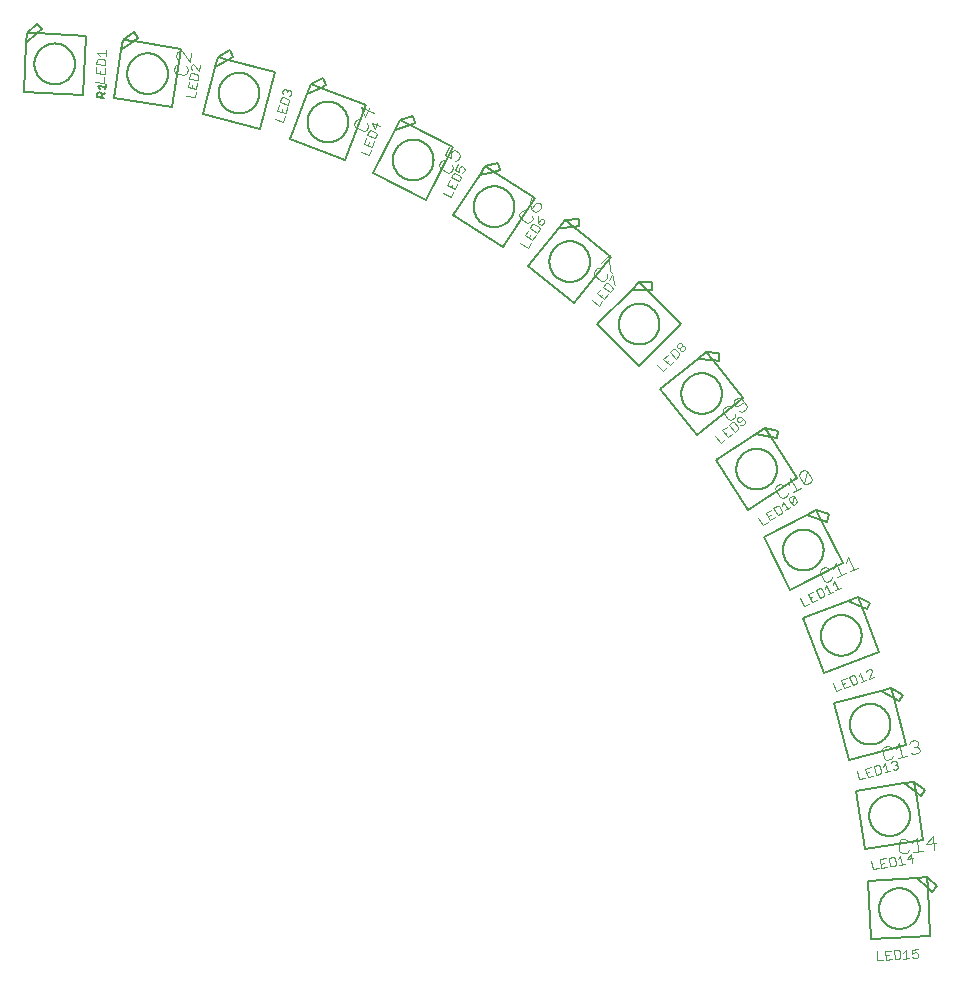
<source format=gbr>
G04 EAGLE Gerber RS-274X export*
G75*
%MOMM*%
%FSLAX34Y34*%
%LPD*%
%INSilkscreen Top*%
%IPPOS*%
%AMOC8*
5,1,8,0,0,1.08239X$1,22.5*%
G01*
%ADD10C,0.127000*%
%ADD11C,0.076200*%
%ADD12C,0.101600*%
%ADD13C,0.152400*%


D10*
X63210Y728437D02*
X13279Y731053D01*
X15424Y771997D01*
X15895Y780985D01*
X24883Y780514D01*
X65827Y778368D01*
X63210Y728437D01*
X15424Y771997D02*
X24883Y780514D01*
X22348Y754711D02*
X22353Y755133D01*
X22369Y755555D01*
X22395Y755977D01*
X22431Y756397D01*
X22477Y756817D01*
X22534Y757235D01*
X22601Y757652D01*
X22679Y758068D01*
X22766Y758481D01*
X22864Y758891D01*
X22971Y759300D01*
X23089Y759705D01*
X23216Y760108D01*
X23354Y760507D01*
X23501Y760903D01*
X23658Y761295D01*
X23824Y761683D01*
X24000Y762067D01*
X24185Y762447D01*
X24380Y762821D01*
X24583Y763191D01*
X24796Y763556D01*
X25017Y763916D01*
X25248Y764270D01*
X25486Y764618D01*
X25734Y764960D01*
X25989Y765296D01*
X26253Y765626D01*
X26525Y765949D01*
X26805Y766265D01*
X27092Y766575D01*
X27387Y766877D01*
X27689Y767172D01*
X27999Y767459D01*
X28315Y767739D01*
X28638Y768011D01*
X28968Y768275D01*
X29304Y768530D01*
X29646Y768778D01*
X29994Y769016D01*
X30348Y769247D01*
X30708Y769468D01*
X31073Y769681D01*
X31443Y769884D01*
X31817Y770079D01*
X32197Y770264D01*
X32581Y770440D01*
X32969Y770606D01*
X33361Y770763D01*
X33757Y770910D01*
X34156Y771048D01*
X34559Y771175D01*
X34964Y771293D01*
X35373Y771400D01*
X35783Y771498D01*
X36196Y771585D01*
X36612Y771663D01*
X37029Y771730D01*
X37447Y771787D01*
X37867Y771833D01*
X38287Y771869D01*
X38709Y771895D01*
X39131Y771911D01*
X39553Y771916D01*
X39975Y771911D01*
X40397Y771895D01*
X40819Y771869D01*
X41239Y771833D01*
X41659Y771787D01*
X42077Y771730D01*
X42494Y771663D01*
X42910Y771585D01*
X43323Y771498D01*
X43733Y771400D01*
X44142Y771293D01*
X44547Y771175D01*
X44950Y771048D01*
X45349Y770910D01*
X45745Y770763D01*
X46137Y770606D01*
X46525Y770440D01*
X46909Y770264D01*
X47289Y770079D01*
X47663Y769884D01*
X48033Y769681D01*
X48398Y769468D01*
X48758Y769247D01*
X49112Y769016D01*
X49460Y768778D01*
X49802Y768530D01*
X50138Y768275D01*
X50468Y768011D01*
X50791Y767739D01*
X51107Y767459D01*
X51417Y767172D01*
X51719Y766877D01*
X52014Y766575D01*
X52301Y766265D01*
X52581Y765949D01*
X52853Y765626D01*
X53117Y765296D01*
X53372Y764960D01*
X53620Y764618D01*
X53858Y764270D01*
X54089Y763916D01*
X54310Y763556D01*
X54523Y763191D01*
X54726Y762821D01*
X54921Y762447D01*
X55106Y762067D01*
X55282Y761683D01*
X55448Y761295D01*
X55605Y760903D01*
X55752Y760507D01*
X55890Y760108D01*
X56017Y759705D01*
X56135Y759300D01*
X56242Y758891D01*
X56340Y758481D01*
X56427Y758068D01*
X56505Y757652D01*
X56572Y757235D01*
X56629Y756817D01*
X56675Y756397D01*
X56711Y755977D01*
X56737Y755555D01*
X56753Y755133D01*
X56758Y754711D01*
X56753Y754289D01*
X56737Y753867D01*
X56711Y753445D01*
X56675Y753025D01*
X56629Y752605D01*
X56572Y752187D01*
X56505Y751770D01*
X56427Y751354D01*
X56340Y750941D01*
X56242Y750531D01*
X56135Y750122D01*
X56017Y749717D01*
X55890Y749314D01*
X55752Y748915D01*
X55605Y748519D01*
X55448Y748127D01*
X55282Y747739D01*
X55106Y747355D01*
X54921Y746975D01*
X54726Y746601D01*
X54523Y746231D01*
X54310Y745866D01*
X54089Y745506D01*
X53858Y745152D01*
X53620Y744804D01*
X53372Y744462D01*
X53117Y744126D01*
X52853Y743796D01*
X52581Y743473D01*
X52301Y743157D01*
X52014Y742847D01*
X51719Y742545D01*
X51417Y742250D01*
X51107Y741963D01*
X50791Y741683D01*
X50468Y741411D01*
X50138Y741147D01*
X49802Y740892D01*
X49460Y740644D01*
X49112Y740406D01*
X48758Y740175D01*
X48398Y739954D01*
X48033Y739741D01*
X47663Y739538D01*
X47289Y739343D01*
X46909Y739158D01*
X46525Y738982D01*
X46137Y738816D01*
X45745Y738659D01*
X45349Y738512D01*
X44950Y738374D01*
X44547Y738247D01*
X44142Y738129D01*
X43733Y738022D01*
X43323Y737924D01*
X42910Y737837D01*
X42494Y737759D01*
X42077Y737692D01*
X41659Y737635D01*
X41239Y737589D01*
X40819Y737553D01*
X40397Y737527D01*
X39975Y737511D01*
X39553Y737506D01*
X39131Y737511D01*
X38709Y737527D01*
X38287Y737553D01*
X37867Y737589D01*
X37447Y737635D01*
X37029Y737692D01*
X36612Y737759D01*
X36196Y737837D01*
X35783Y737924D01*
X35373Y738022D01*
X34964Y738129D01*
X34559Y738247D01*
X34156Y738374D01*
X33757Y738512D01*
X33361Y738659D01*
X32969Y738816D01*
X32581Y738982D01*
X32197Y739158D01*
X31817Y739343D01*
X31443Y739538D01*
X31073Y739741D01*
X30708Y739954D01*
X30348Y740175D01*
X29994Y740406D01*
X29646Y740644D01*
X29304Y740892D01*
X28968Y741147D01*
X28638Y741411D01*
X28315Y741683D01*
X27999Y741963D01*
X27689Y742250D01*
X27387Y742545D01*
X27092Y742847D01*
X26805Y743157D01*
X26525Y743473D01*
X26253Y743796D01*
X25989Y744126D01*
X25734Y744462D01*
X25486Y744804D01*
X25248Y745152D01*
X25017Y745506D01*
X24796Y745866D01*
X24583Y746231D01*
X24380Y746601D01*
X24185Y746975D01*
X24000Y747355D01*
X23824Y747739D01*
X23658Y748127D01*
X23501Y748519D01*
X23354Y748915D01*
X23216Y749314D01*
X23089Y749717D01*
X22971Y750122D01*
X22864Y750531D01*
X22766Y750941D01*
X22679Y751354D01*
X22601Y751770D01*
X22534Y752187D01*
X22477Y752605D01*
X22431Y753025D01*
X22395Y753445D01*
X22369Y753867D01*
X22353Y754289D01*
X22348Y754711D01*
X24883Y780514D02*
X28561Y783826D01*
X24303Y788555D01*
X15895Y780985D01*
D11*
X74088Y739201D02*
X81450Y738816D01*
X81707Y743724D01*
X74480Y746675D02*
X74737Y751583D01*
X74480Y746675D02*
X81842Y746290D01*
X82099Y751198D01*
X78289Y748936D02*
X78161Y746482D01*
X82234Y753763D02*
X74871Y754149D01*
X82234Y753763D02*
X82426Y757444D01*
X81264Y758736D01*
X76356Y758993D01*
X75064Y757830D01*
X74871Y754149D01*
X77717Y761494D02*
X75392Y764077D01*
X82754Y763691D01*
X82625Y761237D02*
X82882Y766145D01*
D10*
X89622Y725661D02*
X139006Y717839D01*
X89622Y725661D02*
X96036Y766156D01*
X97443Y775045D01*
X106333Y773637D01*
X146828Y767223D01*
X139006Y717839D01*
X96036Y766156D02*
X106333Y773637D01*
X101020Y746442D02*
X101025Y746864D01*
X101041Y747286D01*
X101067Y747708D01*
X101103Y748128D01*
X101149Y748548D01*
X101206Y748966D01*
X101273Y749383D01*
X101351Y749799D01*
X101438Y750212D01*
X101536Y750622D01*
X101643Y751031D01*
X101761Y751436D01*
X101888Y751839D01*
X102026Y752238D01*
X102173Y752634D01*
X102330Y753026D01*
X102496Y753414D01*
X102672Y753798D01*
X102857Y754178D01*
X103052Y754552D01*
X103255Y754922D01*
X103468Y755287D01*
X103689Y755647D01*
X103920Y756001D01*
X104158Y756349D01*
X104406Y756691D01*
X104661Y757027D01*
X104925Y757357D01*
X105197Y757680D01*
X105477Y757996D01*
X105764Y758306D01*
X106059Y758608D01*
X106361Y758903D01*
X106671Y759190D01*
X106987Y759470D01*
X107310Y759742D01*
X107640Y760006D01*
X107976Y760261D01*
X108318Y760509D01*
X108666Y760747D01*
X109020Y760978D01*
X109380Y761199D01*
X109745Y761412D01*
X110115Y761615D01*
X110489Y761810D01*
X110869Y761995D01*
X111253Y762171D01*
X111641Y762337D01*
X112033Y762494D01*
X112429Y762641D01*
X112828Y762779D01*
X113231Y762906D01*
X113636Y763024D01*
X114045Y763131D01*
X114455Y763229D01*
X114868Y763316D01*
X115284Y763394D01*
X115701Y763461D01*
X116119Y763518D01*
X116539Y763564D01*
X116959Y763600D01*
X117381Y763626D01*
X117803Y763642D01*
X118225Y763647D01*
X118647Y763642D01*
X119069Y763626D01*
X119491Y763600D01*
X119911Y763564D01*
X120331Y763518D01*
X120749Y763461D01*
X121166Y763394D01*
X121582Y763316D01*
X121995Y763229D01*
X122405Y763131D01*
X122814Y763024D01*
X123219Y762906D01*
X123622Y762779D01*
X124021Y762641D01*
X124417Y762494D01*
X124809Y762337D01*
X125197Y762171D01*
X125581Y761995D01*
X125961Y761810D01*
X126335Y761615D01*
X126705Y761412D01*
X127070Y761199D01*
X127430Y760978D01*
X127784Y760747D01*
X128132Y760509D01*
X128474Y760261D01*
X128810Y760006D01*
X129140Y759742D01*
X129463Y759470D01*
X129779Y759190D01*
X130089Y758903D01*
X130391Y758608D01*
X130686Y758306D01*
X130973Y757996D01*
X131253Y757680D01*
X131525Y757357D01*
X131789Y757027D01*
X132044Y756691D01*
X132292Y756349D01*
X132530Y756001D01*
X132761Y755647D01*
X132982Y755287D01*
X133195Y754922D01*
X133398Y754552D01*
X133593Y754178D01*
X133778Y753798D01*
X133954Y753414D01*
X134120Y753026D01*
X134277Y752634D01*
X134424Y752238D01*
X134562Y751839D01*
X134689Y751436D01*
X134807Y751031D01*
X134914Y750622D01*
X135012Y750212D01*
X135099Y749799D01*
X135177Y749383D01*
X135244Y748966D01*
X135301Y748548D01*
X135347Y748128D01*
X135383Y747708D01*
X135409Y747286D01*
X135425Y746864D01*
X135430Y746442D01*
X135425Y746020D01*
X135409Y745598D01*
X135383Y745176D01*
X135347Y744756D01*
X135301Y744336D01*
X135244Y743918D01*
X135177Y743501D01*
X135099Y743085D01*
X135012Y742672D01*
X134914Y742262D01*
X134807Y741853D01*
X134689Y741448D01*
X134562Y741045D01*
X134424Y740646D01*
X134277Y740250D01*
X134120Y739858D01*
X133954Y739470D01*
X133778Y739086D01*
X133593Y738706D01*
X133398Y738332D01*
X133195Y737962D01*
X132982Y737597D01*
X132761Y737237D01*
X132530Y736883D01*
X132292Y736535D01*
X132044Y736193D01*
X131789Y735857D01*
X131525Y735527D01*
X131253Y735204D01*
X130973Y734888D01*
X130686Y734578D01*
X130391Y734276D01*
X130089Y733981D01*
X129779Y733694D01*
X129463Y733414D01*
X129140Y733142D01*
X128810Y732878D01*
X128474Y732623D01*
X128132Y732375D01*
X127784Y732137D01*
X127430Y731906D01*
X127070Y731685D01*
X126705Y731472D01*
X126335Y731269D01*
X125961Y731074D01*
X125581Y730889D01*
X125197Y730713D01*
X124809Y730547D01*
X124417Y730390D01*
X124021Y730243D01*
X123622Y730105D01*
X123219Y729978D01*
X122814Y729860D01*
X122405Y729753D01*
X121995Y729655D01*
X121582Y729568D01*
X121166Y729490D01*
X120749Y729423D01*
X120331Y729366D01*
X119911Y729320D01*
X119491Y729284D01*
X119069Y729258D01*
X118647Y729242D01*
X118225Y729237D01*
X117803Y729242D01*
X117381Y729258D01*
X116959Y729284D01*
X116539Y729320D01*
X116119Y729366D01*
X115701Y729423D01*
X115284Y729490D01*
X114868Y729568D01*
X114455Y729655D01*
X114045Y729753D01*
X113636Y729860D01*
X113231Y729978D01*
X112828Y730105D01*
X112429Y730243D01*
X112033Y730390D01*
X111641Y730547D01*
X111253Y730713D01*
X110869Y730889D01*
X110489Y731074D01*
X110115Y731269D01*
X109745Y731472D01*
X109380Y731685D01*
X109020Y731906D01*
X108666Y732137D01*
X108318Y732375D01*
X107976Y732623D01*
X107640Y732878D01*
X107310Y733142D01*
X106987Y733414D01*
X106671Y733694D01*
X106361Y733981D01*
X106059Y734276D01*
X105764Y734578D01*
X105477Y734888D01*
X105197Y735204D01*
X104925Y735527D01*
X104661Y735857D01*
X104406Y736193D01*
X104158Y736535D01*
X103920Y736883D01*
X103689Y737237D01*
X103468Y737597D01*
X103255Y737962D01*
X103052Y738332D01*
X102857Y738706D01*
X102672Y739086D01*
X102496Y739470D01*
X102330Y739858D01*
X102173Y740250D01*
X102026Y740646D01*
X101888Y741045D01*
X101761Y741448D01*
X101643Y741853D01*
X101536Y742262D01*
X101438Y742672D01*
X101351Y743085D01*
X101273Y743501D01*
X101206Y743918D01*
X101149Y744336D01*
X101103Y744756D01*
X101067Y745176D01*
X101041Y745598D01*
X101025Y746020D01*
X101020Y746442D01*
X106333Y773637D02*
X110337Y776547D01*
X106596Y781695D01*
X97443Y775045D01*
D11*
X150950Y727408D02*
X158231Y726254D01*
X159000Y731109D01*
X152121Y734800D02*
X152889Y739654D01*
X152121Y734800D02*
X159402Y733646D01*
X160171Y738501D01*
X156146Y736650D02*
X155761Y734223D01*
X160573Y741038D02*
X153291Y742192D01*
X160573Y741038D02*
X161149Y744679D01*
X160128Y746085D01*
X155274Y746854D01*
X153868Y745832D01*
X153291Y742192D01*
X161744Y748430D02*
X162512Y753285D01*
X157658Y754054D02*
X161744Y748430D01*
X157658Y754054D02*
X156444Y754246D01*
X155039Y753224D01*
X154654Y750797D01*
X155676Y749391D01*
D10*
X164983Y712317D02*
X213279Y699376D01*
X164983Y712317D02*
X175595Y751920D01*
X177924Y760614D01*
X186617Y758284D01*
X226220Y747673D01*
X213279Y699376D01*
X175595Y751920D02*
X186617Y758284D01*
X178397Y729995D02*
X178402Y730417D01*
X178418Y730839D01*
X178444Y731261D01*
X178480Y731681D01*
X178526Y732101D01*
X178583Y732519D01*
X178650Y732936D01*
X178728Y733352D01*
X178815Y733765D01*
X178913Y734175D01*
X179020Y734584D01*
X179138Y734989D01*
X179265Y735392D01*
X179403Y735791D01*
X179550Y736187D01*
X179707Y736579D01*
X179873Y736967D01*
X180049Y737351D01*
X180234Y737731D01*
X180429Y738105D01*
X180632Y738475D01*
X180845Y738840D01*
X181066Y739200D01*
X181297Y739554D01*
X181535Y739902D01*
X181783Y740244D01*
X182038Y740580D01*
X182302Y740910D01*
X182574Y741233D01*
X182854Y741549D01*
X183141Y741859D01*
X183436Y742161D01*
X183738Y742456D01*
X184048Y742743D01*
X184364Y743023D01*
X184687Y743295D01*
X185017Y743559D01*
X185353Y743814D01*
X185695Y744062D01*
X186043Y744300D01*
X186397Y744531D01*
X186757Y744752D01*
X187122Y744965D01*
X187492Y745168D01*
X187866Y745363D01*
X188246Y745548D01*
X188630Y745724D01*
X189018Y745890D01*
X189410Y746047D01*
X189806Y746194D01*
X190205Y746332D01*
X190608Y746459D01*
X191013Y746577D01*
X191422Y746684D01*
X191832Y746782D01*
X192245Y746869D01*
X192661Y746947D01*
X193078Y747014D01*
X193496Y747071D01*
X193916Y747117D01*
X194336Y747153D01*
X194758Y747179D01*
X195180Y747195D01*
X195602Y747200D01*
X196024Y747195D01*
X196446Y747179D01*
X196868Y747153D01*
X197288Y747117D01*
X197708Y747071D01*
X198126Y747014D01*
X198543Y746947D01*
X198959Y746869D01*
X199372Y746782D01*
X199782Y746684D01*
X200191Y746577D01*
X200596Y746459D01*
X200999Y746332D01*
X201398Y746194D01*
X201794Y746047D01*
X202186Y745890D01*
X202574Y745724D01*
X202958Y745548D01*
X203338Y745363D01*
X203712Y745168D01*
X204082Y744965D01*
X204447Y744752D01*
X204807Y744531D01*
X205161Y744300D01*
X205509Y744062D01*
X205851Y743814D01*
X206187Y743559D01*
X206517Y743295D01*
X206840Y743023D01*
X207156Y742743D01*
X207466Y742456D01*
X207768Y742161D01*
X208063Y741859D01*
X208350Y741549D01*
X208630Y741233D01*
X208902Y740910D01*
X209166Y740580D01*
X209421Y740244D01*
X209669Y739902D01*
X209907Y739554D01*
X210138Y739200D01*
X210359Y738840D01*
X210572Y738475D01*
X210775Y738105D01*
X210970Y737731D01*
X211155Y737351D01*
X211331Y736967D01*
X211497Y736579D01*
X211654Y736187D01*
X211801Y735791D01*
X211939Y735392D01*
X212066Y734989D01*
X212184Y734584D01*
X212291Y734175D01*
X212389Y733765D01*
X212476Y733352D01*
X212554Y732936D01*
X212621Y732519D01*
X212678Y732101D01*
X212724Y731681D01*
X212760Y731261D01*
X212786Y730839D01*
X212802Y730417D01*
X212807Y729995D01*
X212802Y729573D01*
X212786Y729151D01*
X212760Y728729D01*
X212724Y728309D01*
X212678Y727889D01*
X212621Y727471D01*
X212554Y727054D01*
X212476Y726638D01*
X212389Y726225D01*
X212291Y725815D01*
X212184Y725406D01*
X212066Y725001D01*
X211939Y724598D01*
X211801Y724199D01*
X211654Y723803D01*
X211497Y723411D01*
X211331Y723023D01*
X211155Y722639D01*
X210970Y722259D01*
X210775Y721885D01*
X210572Y721515D01*
X210359Y721150D01*
X210138Y720790D01*
X209907Y720436D01*
X209669Y720088D01*
X209421Y719746D01*
X209166Y719410D01*
X208902Y719080D01*
X208630Y718757D01*
X208350Y718441D01*
X208063Y718131D01*
X207768Y717829D01*
X207466Y717534D01*
X207156Y717247D01*
X206840Y716967D01*
X206517Y716695D01*
X206187Y716431D01*
X205851Y716176D01*
X205509Y715928D01*
X205161Y715690D01*
X204807Y715459D01*
X204447Y715238D01*
X204082Y715025D01*
X203712Y714822D01*
X203338Y714627D01*
X202958Y714442D01*
X202574Y714266D01*
X202186Y714100D01*
X201794Y713943D01*
X201398Y713796D01*
X200999Y713658D01*
X200596Y713531D01*
X200191Y713413D01*
X199782Y713306D01*
X199372Y713208D01*
X198959Y713121D01*
X198543Y713043D01*
X198126Y712976D01*
X197708Y712919D01*
X197288Y712873D01*
X196868Y712837D01*
X196446Y712811D01*
X196024Y712795D01*
X195602Y712790D01*
X195180Y712795D01*
X194758Y712811D01*
X194336Y712837D01*
X193916Y712873D01*
X193496Y712919D01*
X193078Y712976D01*
X192661Y713043D01*
X192245Y713121D01*
X191832Y713208D01*
X191422Y713306D01*
X191013Y713413D01*
X190608Y713531D01*
X190205Y713658D01*
X189806Y713796D01*
X189410Y713943D01*
X189018Y714100D01*
X188630Y714266D01*
X188246Y714442D01*
X187866Y714627D01*
X187492Y714822D01*
X187122Y715025D01*
X186757Y715238D01*
X186397Y715459D01*
X186043Y715690D01*
X185695Y715928D01*
X185353Y716176D01*
X185017Y716431D01*
X184687Y716695D01*
X184364Y716967D01*
X184048Y717247D01*
X183738Y717534D01*
X183436Y717829D01*
X183141Y718131D01*
X182854Y718441D01*
X182574Y718757D01*
X182302Y719080D01*
X182038Y719410D01*
X181783Y719746D01*
X181535Y720088D01*
X181297Y720436D01*
X181066Y720790D01*
X180845Y721150D01*
X180632Y721515D01*
X180429Y721885D01*
X180234Y722259D01*
X180049Y722639D01*
X179873Y723023D01*
X179707Y723411D01*
X179550Y723803D01*
X179403Y724199D01*
X179265Y724598D01*
X179138Y725001D01*
X179020Y725406D01*
X178913Y725815D01*
X178815Y726225D01*
X178728Y726638D01*
X178650Y727054D01*
X178583Y727471D01*
X178526Y727889D01*
X178480Y728309D01*
X178444Y728729D01*
X178418Y729151D01*
X178402Y729573D01*
X178397Y729995D01*
X186617Y758284D02*
X190904Y760759D01*
X187722Y766271D01*
X177924Y760614D01*
D11*
X226158Y707644D02*
X233279Y705736D01*
X234551Y710484D01*
X228095Y714873D02*
X229367Y719621D01*
X228095Y714873D02*
X235216Y712965D01*
X236488Y717713D01*
X232291Y716293D02*
X231655Y713919D01*
X230032Y722103D02*
X237153Y720195D01*
X238107Y723755D01*
X237238Y725260D01*
X232491Y726532D01*
X230986Y725663D01*
X230032Y722103D01*
X233156Y729014D02*
X232287Y730519D01*
X232923Y732892D01*
X234428Y733761D01*
X235614Y733443D01*
X236483Y731938D01*
X236165Y730751D01*
X236483Y731938D02*
X237988Y732807D01*
X239175Y732489D01*
X240044Y730984D01*
X239408Y728610D01*
X237903Y727742D01*
D10*
X238537Y691170D02*
X285216Y673251D01*
X238537Y691170D02*
X253230Y729447D01*
X256455Y737849D01*
X264857Y734624D01*
X303134Y719930D01*
X285216Y673251D01*
X253230Y729447D02*
X264857Y734624D01*
X253630Y705550D02*
X253635Y705972D01*
X253651Y706394D01*
X253677Y706816D01*
X253713Y707236D01*
X253759Y707656D01*
X253816Y708074D01*
X253883Y708491D01*
X253961Y708907D01*
X254048Y709320D01*
X254146Y709730D01*
X254253Y710139D01*
X254371Y710544D01*
X254498Y710947D01*
X254636Y711346D01*
X254783Y711742D01*
X254940Y712134D01*
X255106Y712522D01*
X255282Y712906D01*
X255467Y713286D01*
X255662Y713660D01*
X255865Y714030D01*
X256078Y714395D01*
X256299Y714755D01*
X256530Y715109D01*
X256768Y715457D01*
X257016Y715799D01*
X257271Y716135D01*
X257535Y716465D01*
X257807Y716788D01*
X258087Y717104D01*
X258374Y717414D01*
X258669Y717716D01*
X258971Y718011D01*
X259281Y718298D01*
X259597Y718578D01*
X259920Y718850D01*
X260250Y719114D01*
X260586Y719369D01*
X260928Y719617D01*
X261276Y719855D01*
X261630Y720086D01*
X261990Y720307D01*
X262355Y720520D01*
X262725Y720723D01*
X263099Y720918D01*
X263479Y721103D01*
X263863Y721279D01*
X264251Y721445D01*
X264643Y721602D01*
X265039Y721749D01*
X265438Y721887D01*
X265841Y722014D01*
X266246Y722132D01*
X266655Y722239D01*
X267065Y722337D01*
X267478Y722424D01*
X267894Y722502D01*
X268311Y722569D01*
X268729Y722626D01*
X269149Y722672D01*
X269569Y722708D01*
X269991Y722734D01*
X270413Y722750D01*
X270835Y722755D01*
X271257Y722750D01*
X271679Y722734D01*
X272101Y722708D01*
X272521Y722672D01*
X272941Y722626D01*
X273359Y722569D01*
X273776Y722502D01*
X274192Y722424D01*
X274605Y722337D01*
X275015Y722239D01*
X275424Y722132D01*
X275829Y722014D01*
X276232Y721887D01*
X276631Y721749D01*
X277027Y721602D01*
X277419Y721445D01*
X277807Y721279D01*
X278191Y721103D01*
X278571Y720918D01*
X278945Y720723D01*
X279315Y720520D01*
X279680Y720307D01*
X280040Y720086D01*
X280394Y719855D01*
X280742Y719617D01*
X281084Y719369D01*
X281420Y719114D01*
X281750Y718850D01*
X282073Y718578D01*
X282389Y718298D01*
X282699Y718011D01*
X283001Y717716D01*
X283296Y717414D01*
X283583Y717104D01*
X283863Y716788D01*
X284135Y716465D01*
X284399Y716135D01*
X284654Y715799D01*
X284902Y715457D01*
X285140Y715109D01*
X285371Y714755D01*
X285592Y714395D01*
X285805Y714030D01*
X286008Y713660D01*
X286203Y713286D01*
X286388Y712906D01*
X286564Y712522D01*
X286730Y712134D01*
X286887Y711742D01*
X287034Y711346D01*
X287172Y710947D01*
X287299Y710544D01*
X287417Y710139D01*
X287524Y709730D01*
X287622Y709320D01*
X287709Y708907D01*
X287787Y708491D01*
X287854Y708074D01*
X287911Y707656D01*
X287957Y707236D01*
X287993Y706816D01*
X288019Y706394D01*
X288035Y705972D01*
X288040Y705550D01*
X288035Y705128D01*
X288019Y704706D01*
X287993Y704284D01*
X287957Y703864D01*
X287911Y703444D01*
X287854Y703026D01*
X287787Y702609D01*
X287709Y702193D01*
X287622Y701780D01*
X287524Y701370D01*
X287417Y700961D01*
X287299Y700556D01*
X287172Y700153D01*
X287034Y699754D01*
X286887Y699358D01*
X286730Y698966D01*
X286564Y698578D01*
X286388Y698194D01*
X286203Y697814D01*
X286008Y697440D01*
X285805Y697070D01*
X285592Y696705D01*
X285371Y696345D01*
X285140Y695991D01*
X284902Y695643D01*
X284654Y695301D01*
X284399Y694965D01*
X284135Y694635D01*
X283863Y694312D01*
X283583Y693996D01*
X283296Y693686D01*
X283001Y693384D01*
X282699Y693089D01*
X282389Y692802D01*
X282073Y692522D01*
X281750Y692250D01*
X281420Y691986D01*
X281084Y691731D01*
X280742Y691483D01*
X280394Y691245D01*
X280040Y691014D01*
X279680Y690793D01*
X279315Y690580D01*
X278945Y690377D01*
X278571Y690182D01*
X278191Y689997D01*
X277807Y689821D01*
X277419Y689655D01*
X277027Y689498D01*
X276631Y689351D01*
X276232Y689213D01*
X275829Y689086D01*
X275424Y688968D01*
X275015Y688861D01*
X274605Y688763D01*
X274192Y688676D01*
X273776Y688598D01*
X273359Y688531D01*
X272941Y688474D01*
X272521Y688428D01*
X272101Y688392D01*
X271679Y688366D01*
X271257Y688350D01*
X270835Y688345D01*
X270413Y688350D01*
X269991Y688366D01*
X269569Y688392D01*
X269149Y688428D01*
X268729Y688474D01*
X268311Y688531D01*
X267894Y688598D01*
X267478Y688676D01*
X267065Y688763D01*
X266655Y688861D01*
X266246Y688968D01*
X265841Y689086D01*
X265438Y689213D01*
X265039Y689351D01*
X264643Y689498D01*
X264251Y689655D01*
X263863Y689821D01*
X263479Y689997D01*
X263099Y690182D01*
X262725Y690377D01*
X262355Y690580D01*
X261990Y690793D01*
X261630Y691014D01*
X261276Y691245D01*
X260928Y691483D01*
X260586Y691731D01*
X260250Y691986D01*
X259920Y692250D01*
X259597Y692522D01*
X259281Y692802D01*
X258971Y693089D01*
X258669Y693384D01*
X258374Y693686D01*
X258087Y693996D01*
X257807Y694312D01*
X257535Y694635D01*
X257271Y694965D01*
X257016Y695301D01*
X256768Y695643D01*
X256530Y695991D01*
X256299Y696345D01*
X256078Y696705D01*
X255865Y697070D01*
X255662Y697440D01*
X255467Y697814D01*
X255282Y698194D01*
X255106Y698578D01*
X254940Y698966D01*
X254783Y699358D01*
X254636Y699754D01*
X254498Y700153D01*
X254371Y700556D01*
X254253Y700961D01*
X254146Y701370D01*
X254048Y701780D01*
X253961Y702193D01*
X253883Y702609D01*
X253816Y703026D01*
X253759Y703444D01*
X253713Y703864D01*
X253677Y704284D01*
X253651Y704706D01*
X253635Y705128D01*
X253630Y705550D01*
X264857Y734624D02*
X269379Y736637D01*
X266791Y742451D01*
X256455Y737849D01*
D11*
X298888Y680128D02*
X305770Y677486D01*
X307532Y682074D01*
X301570Y687115D02*
X303331Y691703D01*
X301570Y687115D02*
X308452Y684473D01*
X310214Y689061D01*
X305892Y688088D02*
X305011Y685794D01*
X304252Y694102D02*
X311134Y691460D01*
X312455Y694901D01*
X311749Y696489D01*
X307160Y698250D01*
X305573Y697543D01*
X304252Y694102D01*
X308255Y704530D02*
X315137Y701888D01*
X310375Y699768D02*
X308255Y704530D01*
X312137Y704356D02*
X310375Y699768D01*
D10*
X309477Y662450D02*
X354027Y639750D01*
X309477Y662450D02*
X328090Y698981D01*
X332176Y707000D01*
X340195Y702914D01*
X376727Y684300D01*
X354027Y639750D01*
X328090Y698981D02*
X340195Y702914D01*
X325897Y673375D02*
X325902Y673797D01*
X325918Y674219D01*
X325944Y674641D01*
X325980Y675061D01*
X326026Y675481D01*
X326083Y675899D01*
X326150Y676316D01*
X326228Y676732D01*
X326315Y677145D01*
X326413Y677555D01*
X326520Y677964D01*
X326638Y678369D01*
X326765Y678772D01*
X326903Y679171D01*
X327050Y679567D01*
X327207Y679959D01*
X327373Y680347D01*
X327549Y680731D01*
X327734Y681111D01*
X327929Y681485D01*
X328132Y681855D01*
X328345Y682220D01*
X328566Y682580D01*
X328797Y682934D01*
X329035Y683282D01*
X329283Y683624D01*
X329538Y683960D01*
X329802Y684290D01*
X330074Y684613D01*
X330354Y684929D01*
X330641Y685239D01*
X330936Y685541D01*
X331238Y685836D01*
X331548Y686123D01*
X331864Y686403D01*
X332187Y686675D01*
X332517Y686939D01*
X332853Y687194D01*
X333195Y687442D01*
X333543Y687680D01*
X333897Y687911D01*
X334257Y688132D01*
X334622Y688345D01*
X334992Y688548D01*
X335366Y688743D01*
X335746Y688928D01*
X336130Y689104D01*
X336518Y689270D01*
X336910Y689427D01*
X337306Y689574D01*
X337705Y689712D01*
X338108Y689839D01*
X338513Y689957D01*
X338922Y690064D01*
X339332Y690162D01*
X339745Y690249D01*
X340161Y690327D01*
X340578Y690394D01*
X340996Y690451D01*
X341416Y690497D01*
X341836Y690533D01*
X342258Y690559D01*
X342680Y690575D01*
X343102Y690580D01*
X343524Y690575D01*
X343946Y690559D01*
X344368Y690533D01*
X344788Y690497D01*
X345208Y690451D01*
X345626Y690394D01*
X346043Y690327D01*
X346459Y690249D01*
X346872Y690162D01*
X347282Y690064D01*
X347691Y689957D01*
X348096Y689839D01*
X348499Y689712D01*
X348898Y689574D01*
X349294Y689427D01*
X349686Y689270D01*
X350074Y689104D01*
X350458Y688928D01*
X350838Y688743D01*
X351212Y688548D01*
X351582Y688345D01*
X351947Y688132D01*
X352307Y687911D01*
X352661Y687680D01*
X353009Y687442D01*
X353351Y687194D01*
X353687Y686939D01*
X354017Y686675D01*
X354340Y686403D01*
X354656Y686123D01*
X354966Y685836D01*
X355268Y685541D01*
X355563Y685239D01*
X355850Y684929D01*
X356130Y684613D01*
X356402Y684290D01*
X356666Y683960D01*
X356921Y683624D01*
X357169Y683282D01*
X357407Y682934D01*
X357638Y682580D01*
X357859Y682220D01*
X358072Y681855D01*
X358275Y681485D01*
X358470Y681111D01*
X358655Y680731D01*
X358831Y680347D01*
X358997Y679959D01*
X359154Y679567D01*
X359301Y679171D01*
X359439Y678772D01*
X359566Y678369D01*
X359684Y677964D01*
X359791Y677555D01*
X359889Y677145D01*
X359976Y676732D01*
X360054Y676316D01*
X360121Y675899D01*
X360178Y675481D01*
X360224Y675061D01*
X360260Y674641D01*
X360286Y674219D01*
X360302Y673797D01*
X360307Y673375D01*
X360302Y672953D01*
X360286Y672531D01*
X360260Y672109D01*
X360224Y671689D01*
X360178Y671269D01*
X360121Y670851D01*
X360054Y670434D01*
X359976Y670018D01*
X359889Y669605D01*
X359791Y669195D01*
X359684Y668786D01*
X359566Y668381D01*
X359439Y667978D01*
X359301Y667579D01*
X359154Y667183D01*
X358997Y666791D01*
X358831Y666403D01*
X358655Y666019D01*
X358470Y665639D01*
X358275Y665265D01*
X358072Y664895D01*
X357859Y664530D01*
X357638Y664170D01*
X357407Y663816D01*
X357169Y663468D01*
X356921Y663126D01*
X356666Y662790D01*
X356402Y662460D01*
X356130Y662137D01*
X355850Y661821D01*
X355563Y661511D01*
X355268Y661209D01*
X354966Y660914D01*
X354656Y660627D01*
X354340Y660347D01*
X354017Y660075D01*
X353687Y659811D01*
X353351Y659556D01*
X353009Y659308D01*
X352661Y659070D01*
X352307Y658839D01*
X351947Y658618D01*
X351582Y658405D01*
X351212Y658202D01*
X350838Y658007D01*
X350458Y657822D01*
X350074Y657646D01*
X349686Y657480D01*
X349294Y657323D01*
X348898Y657176D01*
X348499Y657038D01*
X348096Y656911D01*
X347691Y656793D01*
X347282Y656686D01*
X346872Y656588D01*
X346459Y656501D01*
X346043Y656423D01*
X345626Y656356D01*
X345208Y656299D01*
X344788Y656253D01*
X344368Y656217D01*
X343946Y656191D01*
X343524Y656175D01*
X343102Y656170D01*
X342680Y656175D01*
X342258Y656191D01*
X341836Y656217D01*
X341416Y656253D01*
X340996Y656299D01*
X340578Y656356D01*
X340161Y656423D01*
X339745Y656501D01*
X339332Y656588D01*
X338922Y656686D01*
X338513Y656793D01*
X338108Y656911D01*
X337705Y657038D01*
X337306Y657176D01*
X336910Y657323D01*
X336518Y657480D01*
X336130Y657646D01*
X335746Y657822D01*
X335366Y658007D01*
X334992Y658202D01*
X334622Y658405D01*
X334257Y658618D01*
X333897Y658839D01*
X333543Y659070D01*
X333195Y659308D01*
X332853Y659556D01*
X332517Y659811D01*
X332187Y660075D01*
X331864Y660347D01*
X331548Y660627D01*
X331238Y660914D01*
X330936Y661209D01*
X330641Y661511D01*
X330354Y661821D01*
X330074Y662137D01*
X329802Y662460D01*
X329538Y662790D01*
X329283Y663126D01*
X329035Y663468D01*
X328797Y663816D01*
X328566Y664170D01*
X328345Y664530D01*
X328132Y664895D01*
X327929Y665265D01*
X327734Y665639D01*
X327549Y666019D01*
X327373Y666403D01*
X327207Y666791D01*
X327050Y667183D01*
X326903Y667579D01*
X326765Y667978D01*
X326638Y668381D01*
X326520Y668786D01*
X326413Y669195D01*
X326315Y669605D01*
X326228Y670018D01*
X326150Y670434D01*
X326083Y670851D01*
X326026Y671269D01*
X325980Y671689D01*
X325944Y672109D01*
X325918Y672531D01*
X325902Y672953D01*
X325897Y673375D01*
X340195Y702914D02*
X344903Y704444D01*
X342936Y710496D01*
X332176Y707000D01*
D11*
X368343Y645160D02*
X374912Y641813D01*
X377143Y646192D01*
X371741Y651828D02*
X373972Y656207D01*
X371741Y651828D02*
X378310Y648481D01*
X380541Y652860D01*
X376141Y652344D02*
X375025Y650155D01*
X375138Y658497D02*
X381707Y655150D01*
X383381Y658434D01*
X382844Y660087D01*
X378465Y662318D01*
X376812Y661781D01*
X375138Y658497D01*
X378536Y665165D02*
X380768Y669544D01*
X378536Y665165D02*
X381821Y663492D01*
X381841Y666239D01*
X382399Y667334D01*
X384052Y667871D01*
X386241Y666755D01*
X386778Y665102D01*
X385663Y662913D01*
X384010Y662376D01*
D10*
X377026Y626472D02*
X418960Y599240D01*
X377026Y626472D02*
X399357Y660857D01*
X404258Y668405D01*
X411806Y663503D01*
X446192Y641173D01*
X418960Y599240D01*
X411806Y663503D02*
X399357Y660857D01*
X394404Y633822D02*
X394409Y634244D01*
X394425Y634666D01*
X394451Y635088D01*
X394487Y635508D01*
X394533Y635928D01*
X394590Y636346D01*
X394657Y636763D01*
X394735Y637179D01*
X394822Y637592D01*
X394920Y638002D01*
X395027Y638411D01*
X395145Y638816D01*
X395272Y639219D01*
X395410Y639618D01*
X395557Y640014D01*
X395714Y640406D01*
X395880Y640794D01*
X396056Y641178D01*
X396241Y641558D01*
X396436Y641932D01*
X396639Y642302D01*
X396852Y642667D01*
X397073Y643027D01*
X397304Y643381D01*
X397542Y643729D01*
X397790Y644071D01*
X398045Y644407D01*
X398309Y644737D01*
X398581Y645060D01*
X398861Y645376D01*
X399148Y645686D01*
X399443Y645988D01*
X399745Y646283D01*
X400055Y646570D01*
X400371Y646850D01*
X400694Y647122D01*
X401024Y647386D01*
X401360Y647641D01*
X401702Y647889D01*
X402050Y648127D01*
X402404Y648358D01*
X402764Y648579D01*
X403129Y648792D01*
X403499Y648995D01*
X403873Y649190D01*
X404253Y649375D01*
X404637Y649551D01*
X405025Y649717D01*
X405417Y649874D01*
X405813Y650021D01*
X406212Y650159D01*
X406615Y650286D01*
X407020Y650404D01*
X407429Y650511D01*
X407839Y650609D01*
X408252Y650696D01*
X408668Y650774D01*
X409085Y650841D01*
X409503Y650898D01*
X409923Y650944D01*
X410343Y650980D01*
X410765Y651006D01*
X411187Y651022D01*
X411609Y651027D01*
X412031Y651022D01*
X412453Y651006D01*
X412875Y650980D01*
X413295Y650944D01*
X413715Y650898D01*
X414133Y650841D01*
X414550Y650774D01*
X414966Y650696D01*
X415379Y650609D01*
X415789Y650511D01*
X416198Y650404D01*
X416603Y650286D01*
X417006Y650159D01*
X417405Y650021D01*
X417801Y649874D01*
X418193Y649717D01*
X418581Y649551D01*
X418965Y649375D01*
X419345Y649190D01*
X419719Y648995D01*
X420089Y648792D01*
X420454Y648579D01*
X420814Y648358D01*
X421168Y648127D01*
X421516Y647889D01*
X421858Y647641D01*
X422194Y647386D01*
X422524Y647122D01*
X422847Y646850D01*
X423163Y646570D01*
X423473Y646283D01*
X423775Y645988D01*
X424070Y645686D01*
X424357Y645376D01*
X424637Y645060D01*
X424909Y644737D01*
X425173Y644407D01*
X425428Y644071D01*
X425676Y643729D01*
X425914Y643381D01*
X426145Y643027D01*
X426366Y642667D01*
X426579Y642302D01*
X426782Y641932D01*
X426977Y641558D01*
X427162Y641178D01*
X427338Y640794D01*
X427504Y640406D01*
X427661Y640014D01*
X427808Y639618D01*
X427946Y639219D01*
X428073Y638816D01*
X428191Y638411D01*
X428298Y638002D01*
X428396Y637592D01*
X428483Y637179D01*
X428561Y636763D01*
X428628Y636346D01*
X428685Y635928D01*
X428731Y635508D01*
X428767Y635088D01*
X428793Y634666D01*
X428809Y634244D01*
X428814Y633822D01*
X428809Y633400D01*
X428793Y632978D01*
X428767Y632556D01*
X428731Y632136D01*
X428685Y631716D01*
X428628Y631298D01*
X428561Y630881D01*
X428483Y630465D01*
X428396Y630052D01*
X428298Y629642D01*
X428191Y629233D01*
X428073Y628828D01*
X427946Y628425D01*
X427808Y628026D01*
X427661Y627630D01*
X427504Y627238D01*
X427338Y626850D01*
X427162Y626466D01*
X426977Y626086D01*
X426782Y625712D01*
X426579Y625342D01*
X426366Y624977D01*
X426145Y624617D01*
X425914Y624263D01*
X425676Y623915D01*
X425428Y623573D01*
X425173Y623237D01*
X424909Y622907D01*
X424637Y622584D01*
X424357Y622268D01*
X424070Y621958D01*
X423775Y621656D01*
X423473Y621361D01*
X423163Y621074D01*
X422847Y620794D01*
X422524Y620522D01*
X422194Y620258D01*
X421858Y620003D01*
X421516Y619755D01*
X421168Y619517D01*
X420814Y619286D01*
X420454Y619065D01*
X420089Y618852D01*
X419719Y618649D01*
X419345Y618454D01*
X418965Y618269D01*
X418581Y618093D01*
X418193Y617927D01*
X417801Y617770D01*
X417405Y617623D01*
X417006Y617485D01*
X416603Y617358D01*
X416198Y617240D01*
X415789Y617133D01*
X415379Y617035D01*
X414966Y616948D01*
X414550Y616870D01*
X414133Y616803D01*
X413715Y616746D01*
X413295Y616700D01*
X412875Y616664D01*
X412453Y616638D01*
X412031Y616622D01*
X411609Y616617D01*
X411187Y616622D01*
X410765Y616638D01*
X410343Y616664D01*
X409923Y616700D01*
X409503Y616746D01*
X409085Y616803D01*
X408668Y616870D01*
X408252Y616948D01*
X407839Y617035D01*
X407429Y617133D01*
X407020Y617240D01*
X406615Y617358D01*
X406212Y617485D01*
X405813Y617623D01*
X405417Y617770D01*
X405025Y617927D01*
X404637Y618093D01*
X404253Y618269D01*
X403873Y618454D01*
X403499Y618649D01*
X403129Y618852D01*
X402764Y619065D01*
X402404Y619286D01*
X402050Y619517D01*
X401702Y619755D01*
X401360Y620003D01*
X401024Y620258D01*
X400694Y620522D01*
X400371Y620794D01*
X400055Y621074D01*
X399745Y621361D01*
X399443Y621656D01*
X399148Y621958D01*
X398861Y622268D01*
X398581Y622584D01*
X398309Y622907D01*
X398045Y623237D01*
X397790Y623573D01*
X397542Y623915D01*
X397304Y624263D01*
X397073Y624617D01*
X396852Y624977D01*
X396639Y625342D01*
X396436Y625712D01*
X396241Y626086D01*
X396056Y626466D01*
X395880Y626850D01*
X395714Y627238D01*
X395557Y627630D01*
X395410Y628026D01*
X395272Y628425D01*
X395145Y628828D01*
X395027Y629233D01*
X394920Y629642D01*
X394822Y630052D01*
X394735Y630465D01*
X394657Y630881D01*
X394590Y631298D01*
X394533Y631716D01*
X394487Y632136D01*
X394451Y632556D01*
X394425Y632978D01*
X394409Y633400D01*
X394404Y633822D01*
X411806Y663503D02*
X416648Y664533D01*
X415325Y670757D01*
X404258Y668405D01*
D11*
X433763Y603123D02*
X439946Y599108D01*
X442623Y603230D01*
X437839Y609400D02*
X440516Y613522D01*
X437839Y609400D02*
X444022Y605385D01*
X446699Y609507D01*
X442269Y609453D02*
X440930Y607392D01*
X448098Y611661D02*
X441915Y615677D01*
X448098Y611661D02*
X450106Y614753D01*
X449744Y616453D01*
X445622Y619129D01*
X443923Y618768D01*
X441915Y615677D01*
X448360Y623345D02*
X448668Y626075D01*
X448360Y623345D02*
X449083Y619946D01*
X451144Y618607D01*
X452843Y618969D01*
X454182Y621030D01*
X453821Y622729D01*
X452790Y623398D01*
X451090Y623037D01*
X449083Y619946D01*
D10*
X440445Y583630D02*
X479302Y552164D01*
X440445Y583630D02*
X466247Y615493D01*
X471911Y622487D01*
X478905Y616823D01*
X510768Y591021D01*
X479302Y552164D01*
X466247Y615493D02*
X478905Y616823D01*
X458402Y587325D02*
X458407Y587747D01*
X458423Y588169D01*
X458449Y588591D01*
X458485Y589011D01*
X458531Y589431D01*
X458588Y589849D01*
X458655Y590266D01*
X458733Y590682D01*
X458820Y591095D01*
X458918Y591505D01*
X459025Y591914D01*
X459143Y592319D01*
X459270Y592722D01*
X459408Y593121D01*
X459555Y593517D01*
X459712Y593909D01*
X459878Y594297D01*
X460054Y594681D01*
X460239Y595061D01*
X460434Y595435D01*
X460637Y595805D01*
X460850Y596170D01*
X461071Y596530D01*
X461302Y596884D01*
X461540Y597232D01*
X461788Y597574D01*
X462043Y597910D01*
X462307Y598240D01*
X462579Y598563D01*
X462859Y598879D01*
X463146Y599189D01*
X463441Y599491D01*
X463743Y599786D01*
X464053Y600073D01*
X464369Y600353D01*
X464692Y600625D01*
X465022Y600889D01*
X465358Y601144D01*
X465700Y601392D01*
X466048Y601630D01*
X466402Y601861D01*
X466762Y602082D01*
X467127Y602295D01*
X467497Y602498D01*
X467871Y602693D01*
X468251Y602878D01*
X468635Y603054D01*
X469023Y603220D01*
X469415Y603377D01*
X469811Y603524D01*
X470210Y603662D01*
X470613Y603789D01*
X471018Y603907D01*
X471427Y604014D01*
X471837Y604112D01*
X472250Y604199D01*
X472666Y604277D01*
X473083Y604344D01*
X473501Y604401D01*
X473921Y604447D01*
X474341Y604483D01*
X474763Y604509D01*
X475185Y604525D01*
X475607Y604530D01*
X476029Y604525D01*
X476451Y604509D01*
X476873Y604483D01*
X477293Y604447D01*
X477713Y604401D01*
X478131Y604344D01*
X478548Y604277D01*
X478964Y604199D01*
X479377Y604112D01*
X479787Y604014D01*
X480196Y603907D01*
X480601Y603789D01*
X481004Y603662D01*
X481403Y603524D01*
X481799Y603377D01*
X482191Y603220D01*
X482579Y603054D01*
X482963Y602878D01*
X483343Y602693D01*
X483717Y602498D01*
X484087Y602295D01*
X484452Y602082D01*
X484812Y601861D01*
X485166Y601630D01*
X485514Y601392D01*
X485856Y601144D01*
X486192Y600889D01*
X486522Y600625D01*
X486845Y600353D01*
X487161Y600073D01*
X487471Y599786D01*
X487773Y599491D01*
X488068Y599189D01*
X488355Y598879D01*
X488635Y598563D01*
X488907Y598240D01*
X489171Y597910D01*
X489426Y597574D01*
X489674Y597232D01*
X489912Y596884D01*
X490143Y596530D01*
X490364Y596170D01*
X490577Y595805D01*
X490780Y595435D01*
X490975Y595061D01*
X491160Y594681D01*
X491336Y594297D01*
X491502Y593909D01*
X491659Y593517D01*
X491806Y593121D01*
X491944Y592722D01*
X492071Y592319D01*
X492189Y591914D01*
X492296Y591505D01*
X492394Y591095D01*
X492481Y590682D01*
X492559Y590266D01*
X492626Y589849D01*
X492683Y589431D01*
X492729Y589011D01*
X492765Y588591D01*
X492791Y588169D01*
X492807Y587747D01*
X492812Y587325D01*
X492807Y586903D01*
X492791Y586481D01*
X492765Y586059D01*
X492729Y585639D01*
X492683Y585219D01*
X492626Y584801D01*
X492559Y584384D01*
X492481Y583968D01*
X492394Y583555D01*
X492296Y583145D01*
X492189Y582736D01*
X492071Y582331D01*
X491944Y581928D01*
X491806Y581529D01*
X491659Y581133D01*
X491502Y580741D01*
X491336Y580353D01*
X491160Y579969D01*
X490975Y579589D01*
X490780Y579215D01*
X490577Y578845D01*
X490364Y578480D01*
X490143Y578120D01*
X489912Y577766D01*
X489674Y577418D01*
X489426Y577076D01*
X489171Y576740D01*
X488907Y576410D01*
X488635Y576087D01*
X488355Y575771D01*
X488068Y575461D01*
X487773Y575159D01*
X487471Y574864D01*
X487161Y574577D01*
X486845Y574297D01*
X486522Y574025D01*
X486192Y573761D01*
X485856Y573506D01*
X485514Y573258D01*
X485166Y573020D01*
X484812Y572789D01*
X484452Y572568D01*
X484087Y572355D01*
X483717Y572152D01*
X483343Y571957D01*
X482963Y571772D01*
X482579Y571596D01*
X482191Y571430D01*
X481799Y571273D01*
X481403Y571126D01*
X481004Y570988D01*
X480601Y570861D01*
X480196Y570743D01*
X479787Y570636D01*
X479377Y570538D01*
X478964Y570451D01*
X478548Y570373D01*
X478131Y570306D01*
X477713Y570249D01*
X477293Y570203D01*
X476873Y570167D01*
X476451Y570141D01*
X476029Y570125D01*
X475607Y570120D01*
X475185Y570125D01*
X474763Y570141D01*
X474341Y570167D01*
X473921Y570203D01*
X473501Y570249D01*
X473083Y570306D01*
X472666Y570373D01*
X472250Y570451D01*
X471837Y570538D01*
X471427Y570636D01*
X471018Y570743D01*
X470613Y570861D01*
X470210Y570988D01*
X469811Y571126D01*
X469415Y571273D01*
X469023Y571430D01*
X468635Y571596D01*
X468251Y571772D01*
X467871Y571957D01*
X467497Y572152D01*
X467127Y572355D01*
X466762Y572568D01*
X466402Y572789D01*
X466048Y573020D01*
X465700Y573258D01*
X465358Y573506D01*
X465022Y573761D01*
X464692Y574025D01*
X464369Y574297D01*
X464053Y574577D01*
X463743Y574864D01*
X463441Y575159D01*
X463146Y575461D01*
X462859Y575771D01*
X462579Y576087D01*
X462307Y576410D01*
X462043Y576740D01*
X461788Y577076D01*
X461540Y577418D01*
X461302Y577766D01*
X461071Y578120D01*
X460850Y578480D01*
X460637Y578845D01*
X460434Y579215D01*
X460239Y579589D01*
X460054Y579969D01*
X459878Y580353D01*
X459712Y580741D01*
X459555Y581133D01*
X459408Y581529D01*
X459270Y581928D01*
X459143Y582331D01*
X459025Y582736D01*
X458918Y583145D01*
X458820Y583555D01*
X458733Y583968D01*
X458655Y584384D01*
X458588Y584801D01*
X458531Y585219D01*
X458485Y585639D01*
X458449Y586059D01*
X458423Y586481D01*
X458407Y586903D01*
X458402Y587325D01*
X478905Y616823D02*
X483828Y617341D01*
X483163Y623670D01*
X471911Y622487D01*
D11*
X494430Y554479D02*
X500160Y549839D01*
X503253Y553659D01*
X499140Y560295D02*
X502233Y564114D01*
X499140Y560295D02*
X504869Y555655D01*
X507962Y559475D01*
X503551Y559885D02*
X502005Y557975D01*
X503850Y566111D02*
X509579Y561472D01*
X511899Y564336D01*
X511717Y566064D01*
X507898Y569158D01*
X506170Y568976D01*
X503850Y566111D01*
X508560Y571927D02*
X511653Y575747D01*
X512608Y574974D01*
X513334Y568061D01*
X514289Y567288D01*
D10*
X499038Y534394D02*
X534393Y499038D01*
X499038Y534394D02*
X528030Y563385D01*
X534394Y569749D01*
X540757Y563385D01*
X569749Y534394D01*
X534393Y499038D01*
X528030Y563385D02*
X540757Y563385D01*
X517189Y534394D02*
X517194Y534816D01*
X517210Y535238D01*
X517236Y535660D01*
X517272Y536080D01*
X517318Y536500D01*
X517375Y536918D01*
X517442Y537335D01*
X517520Y537751D01*
X517607Y538164D01*
X517705Y538574D01*
X517812Y538983D01*
X517930Y539388D01*
X518057Y539791D01*
X518195Y540190D01*
X518342Y540586D01*
X518499Y540978D01*
X518665Y541366D01*
X518841Y541750D01*
X519026Y542130D01*
X519221Y542504D01*
X519424Y542874D01*
X519637Y543239D01*
X519858Y543599D01*
X520089Y543953D01*
X520327Y544301D01*
X520575Y544643D01*
X520830Y544979D01*
X521094Y545309D01*
X521366Y545632D01*
X521646Y545948D01*
X521933Y546258D01*
X522228Y546560D01*
X522530Y546855D01*
X522840Y547142D01*
X523156Y547422D01*
X523479Y547694D01*
X523809Y547958D01*
X524145Y548213D01*
X524487Y548461D01*
X524835Y548699D01*
X525189Y548930D01*
X525549Y549151D01*
X525914Y549364D01*
X526284Y549567D01*
X526658Y549762D01*
X527038Y549947D01*
X527422Y550123D01*
X527810Y550289D01*
X528202Y550446D01*
X528598Y550593D01*
X528997Y550731D01*
X529400Y550858D01*
X529805Y550976D01*
X530214Y551083D01*
X530624Y551181D01*
X531037Y551268D01*
X531453Y551346D01*
X531870Y551413D01*
X532288Y551470D01*
X532708Y551516D01*
X533128Y551552D01*
X533550Y551578D01*
X533972Y551594D01*
X534394Y551599D01*
X534816Y551594D01*
X535238Y551578D01*
X535660Y551552D01*
X536080Y551516D01*
X536500Y551470D01*
X536918Y551413D01*
X537335Y551346D01*
X537751Y551268D01*
X538164Y551181D01*
X538574Y551083D01*
X538983Y550976D01*
X539388Y550858D01*
X539791Y550731D01*
X540190Y550593D01*
X540586Y550446D01*
X540978Y550289D01*
X541366Y550123D01*
X541750Y549947D01*
X542130Y549762D01*
X542504Y549567D01*
X542874Y549364D01*
X543239Y549151D01*
X543599Y548930D01*
X543953Y548699D01*
X544301Y548461D01*
X544643Y548213D01*
X544979Y547958D01*
X545309Y547694D01*
X545632Y547422D01*
X545948Y547142D01*
X546258Y546855D01*
X546560Y546560D01*
X546855Y546258D01*
X547142Y545948D01*
X547422Y545632D01*
X547694Y545309D01*
X547958Y544979D01*
X548213Y544643D01*
X548461Y544301D01*
X548699Y543953D01*
X548930Y543599D01*
X549151Y543239D01*
X549364Y542874D01*
X549567Y542504D01*
X549762Y542130D01*
X549947Y541750D01*
X550123Y541366D01*
X550289Y540978D01*
X550446Y540586D01*
X550593Y540190D01*
X550731Y539791D01*
X550858Y539388D01*
X550976Y538983D01*
X551083Y538574D01*
X551181Y538164D01*
X551268Y537751D01*
X551346Y537335D01*
X551413Y536918D01*
X551470Y536500D01*
X551516Y536080D01*
X551552Y535660D01*
X551578Y535238D01*
X551594Y534816D01*
X551599Y534394D01*
X551594Y533972D01*
X551578Y533550D01*
X551552Y533128D01*
X551516Y532708D01*
X551470Y532288D01*
X551413Y531870D01*
X551346Y531453D01*
X551268Y531037D01*
X551181Y530624D01*
X551083Y530214D01*
X550976Y529805D01*
X550858Y529400D01*
X550731Y528997D01*
X550593Y528598D01*
X550446Y528202D01*
X550289Y527810D01*
X550123Y527422D01*
X549947Y527038D01*
X549762Y526658D01*
X549567Y526284D01*
X549364Y525914D01*
X549151Y525549D01*
X548930Y525189D01*
X548699Y524835D01*
X548461Y524487D01*
X548213Y524145D01*
X547958Y523809D01*
X547694Y523479D01*
X547422Y523156D01*
X547142Y522840D01*
X546855Y522530D01*
X546560Y522228D01*
X546258Y521933D01*
X545948Y521646D01*
X545632Y521366D01*
X545309Y521094D01*
X544979Y520830D01*
X544643Y520575D01*
X544301Y520327D01*
X543953Y520089D01*
X543599Y519858D01*
X543239Y519637D01*
X542874Y519424D01*
X542504Y519221D01*
X542130Y519026D01*
X541750Y518841D01*
X541366Y518665D01*
X540978Y518499D01*
X540586Y518342D01*
X540190Y518195D01*
X539791Y518057D01*
X539388Y517930D01*
X538983Y517812D01*
X538574Y517705D01*
X538164Y517607D01*
X537751Y517520D01*
X537335Y517442D01*
X536918Y517375D01*
X536500Y517318D01*
X536080Y517272D01*
X535660Y517236D01*
X535238Y517210D01*
X534816Y517194D01*
X534394Y517189D01*
X533972Y517194D01*
X533550Y517210D01*
X533128Y517236D01*
X532708Y517272D01*
X532288Y517318D01*
X531870Y517375D01*
X531453Y517442D01*
X531037Y517520D01*
X530624Y517607D01*
X530214Y517705D01*
X529805Y517812D01*
X529400Y517930D01*
X528997Y518057D01*
X528598Y518195D01*
X528202Y518342D01*
X527810Y518499D01*
X527422Y518665D01*
X527038Y518841D01*
X526658Y519026D01*
X526284Y519221D01*
X525914Y519424D01*
X525549Y519637D01*
X525189Y519858D01*
X524835Y520089D01*
X524487Y520327D01*
X524145Y520575D01*
X523809Y520830D01*
X523479Y521094D01*
X523156Y521366D01*
X522840Y521646D01*
X522530Y521933D01*
X522228Y522228D01*
X521933Y522530D01*
X521646Y522840D01*
X521366Y523156D01*
X521094Y523479D01*
X520830Y523809D01*
X520575Y524145D01*
X520327Y524487D01*
X520089Y524835D01*
X519858Y525189D01*
X519637Y525549D01*
X519424Y525914D01*
X519221Y526284D01*
X519026Y526658D01*
X518841Y527038D01*
X518665Y527422D01*
X518499Y527810D01*
X518342Y528202D01*
X518195Y528598D01*
X518057Y528997D01*
X517930Y529400D01*
X517812Y529805D01*
X517705Y530214D01*
X517607Y530624D01*
X517520Y531037D01*
X517442Y531453D01*
X517375Y531870D01*
X517318Y532288D01*
X517272Y532708D01*
X517236Y533128D01*
X517210Y533550D01*
X517194Y533972D01*
X517189Y534394D01*
X540757Y563385D02*
X545707Y563385D01*
X545707Y569749D01*
X534394Y569749D01*
D11*
X549680Y499759D02*
X554893Y494546D01*
X558369Y498021D01*
X554973Y505051D02*
X558448Y508527D01*
X554973Y505051D02*
X560186Y499838D01*
X563661Y503314D01*
X559317Y504182D02*
X557579Y502445D01*
X560265Y510343D02*
X565478Y505130D01*
X568084Y507737D01*
X568084Y509474D01*
X564609Y512950D01*
X562871Y512950D01*
X560265Y510343D01*
X566426Y514767D02*
X566426Y516504D01*
X568163Y518242D01*
X569901Y518242D01*
X570770Y517373D01*
X570770Y515635D01*
X572507Y515635D01*
X573376Y514767D01*
X573376Y513029D01*
X571639Y511291D01*
X569901Y511291D01*
X569032Y512160D01*
X569032Y513898D01*
X567294Y513898D01*
X566426Y514767D01*
X569032Y513898D02*
X570770Y515635D01*
D10*
X552164Y479302D02*
X583630Y440445D01*
X552164Y479302D02*
X584027Y505104D01*
X591021Y510768D01*
X596685Y503774D01*
X622487Y471911D01*
X583630Y440445D01*
X584027Y505104D02*
X596685Y503774D01*
X570120Y475607D02*
X570125Y476029D01*
X570141Y476451D01*
X570167Y476873D01*
X570203Y477293D01*
X570249Y477713D01*
X570306Y478131D01*
X570373Y478548D01*
X570451Y478964D01*
X570538Y479377D01*
X570636Y479787D01*
X570743Y480196D01*
X570861Y480601D01*
X570988Y481004D01*
X571126Y481403D01*
X571273Y481799D01*
X571430Y482191D01*
X571596Y482579D01*
X571772Y482963D01*
X571957Y483343D01*
X572152Y483717D01*
X572355Y484087D01*
X572568Y484452D01*
X572789Y484812D01*
X573020Y485166D01*
X573258Y485514D01*
X573506Y485856D01*
X573761Y486192D01*
X574025Y486522D01*
X574297Y486845D01*
X574577Y487161D01*
X574864Y487471D01*
X575159Y487773D01*
X575461Y488068D01*
X575771Y488355D01*
X576087Y488635D01*
X576410Y488907D01*
X576740Y489171D01*
X577076Y489426D01*
X577418Y489674D01*
X577766Y489912D01*
X578120Y490143D01*
X578480Y490364D01*
X578845Y490577D01*
X579215Y490780D01*
X579589Y490975D01*
X579969Y491160D01*
X580353Y491336D01*
X580741Y491502D01*
X581133Y491659D01*
X581529Y491806D01*
X581928Y491944D01*
X582331Y492071D01*
X582736Y492189D01*
X583145Y492296D01*
X583555Y492394D01*
X583968Y492481D01*
X584384Y492559D01*
X584801Y492626D01*
X585219Y492683D01*
X585639Y492729D01*
X586059Y492765D01*
X586481Y492791D01*
X586903Y492807D01*
X587325Y492812D01*
X587747Y492807D01*
X588169Y492791D01*
X588591Y492765D01*
X589011Y492729D01*
X589431Y492683D01*
X589849Y492626D01*
X590266Y492559D01*
X590682Y492481D01*
X591095Y492394D01*
X591505Y492296D01*
X591914Y492189D01*
X592319Y492071D01*
X592722Y491944D01*
X593121Y491806D01*
X593517Y491659D01*
X593909Y491502D01*
X594297Y491336D01*
X594681Y491160D01*
X595061Y490975D01*
X595435Y490780D01*
X595805Y490577D01*
X596170Y490364D01*
X596530Y490143D01*
X596884Y489912D01*
X597232Y489674D01*
X597574Y489426D01*
X597910Y489171D01*
X598240Y488907D01*
X598563Y488635D01*
X598879Y488355D01*
X599189Y488068D01*
X599491Y487773D01*
X599786Y487471D01*
X600073Y487161D01*
X600353Y486845D01*
X600625Y486522D01*
X600889Y486192D01*
X601144Y485856D01*
X601392Y485514D01*
X601630Y485166D01*
X601861Y484812D01*
X602082Y484452D01*
X602295Y484087D01*
X602498Y483717D01*
X602693Y483343D01*
X602878Y482963D01*
X603054Y482579D01*
X603220Y482191D01*
X603377Y481799D01*
X603524Y481403D01*
X603662Y481004D01*
X603789Y480601D01*
X603907Y480196D01*
X604014Y479787D01*
X604112Y479377D01*
X604199Y478964D01*
X604277Y478548D01*
X604344Y478131D01*
X604401Y477713D01*
X604447Y477293D01*
X604483Y476873D01*
X604509Y476451D01*
X604525Y476029D01*
X604530Y475607D01*
X604525Y475185D01*
X604509Y474763D01*
X604483Y474341D01*
X604447Y473921D01*
X604401Y473501D01*
X604344Y473083D01*
X604277Y472666D01*
X604199Y472250D01*
X604112Y471837D01*
X604014Y471427D01*
X603907Y471018D01*
X603789Y470613D01*
X603662Y470210D01*
X603524Y469811D01*
X603377Y469415D01*
X603220Y469023D01*
X603054Y468635D01*
X602878Y468251D01*
X602693Y467871D01*
X602498Y467497D01*
X602295Y467127D01*
X602082Y466762D01*
X601861Y466402D01*
X601630Y466048D01*
X601392Y465700D01*
X601144Y465358D01*
X600889Y465022D01*
X600625Y464692D01*
X600353Y464369D01*
X600073Y464053D01*
X599786Y463743D01*
X599491Y463441D01*
X599189Y463146D01*
X598879Y462859D01*
X598563Y462579D01*
X598240Y462307D01*
X597910Y462043D01*
X597574Y461788D01*
X597232Y461540D01*
X596884Y461302D01*
X596530Y461071D01*
X596170Y460850D01*
X595805Y460637D01*
X595435Y460434D01*
X595061Y460239D01*
X594681Y460054D01*
X594297Y459878D01*
X593909Y459712D01*
X593517Y459555D01*
X593121Y459408D01*
X592722Y459270D01*
X592319Y459143D01*
X591914Y459025D01*
X591505Y458918D01*
X591095Y458820D01*
X590682Y458733D01*
X590266Y458655D01*
X589849Y458588D01*
X589431Y458531D01*
X589011Y458485D01*
X588591Y458449D01*
X588169Y458423D01*
X587747Y458407D01*
X587325Y458402D01*
X586903Y458407D01*
X586481Y458423D01*
X586059Y458449D01*
X585639Y458485D01*
X585219Y458531D01*
X584801Y458588D01*
X584384Y458655D01*
X583968Y458733D01*
X583555Y458820D01*
X583145Y458918D01*
X582736Y459025D01*
X582331Y459143D01*
X581928Y459270D01*
X581529Y459408D01*
X581133Y459555D01*
X580741Y459712D01*
X580353Y459878D01*
X579969Y460054D01*
X579589Y460239D01*
X579215Y460434D01*
X578845Y460637D01*
X578480Y460850D01*
X578120Y461071D01*
X577766Y461302D01*
X577418Y461540D01*
X577076Y461788D01*
X576740Y462043D01*
X576410Y462307D01*
X576087Y462579D01*
X575771Y462859D01*
X575461Y463146D01*
X575159Y463441D01*
X574864Y463743D01*
X574577Y464053D01*
X574297Y464369D01*
X574025Y464692D01*
X573761Y465022D01*
X573506Y465358D01*
X573258Y465700D01*
X573020Y466048D01*
X572789Y466402D01*
X572568Y466762D01*
X572355Y467127D01*
X572152Y467497D01*
X571957Y467871D01*
X571772Y468251D01*
X571596Y468635D01*
X571430Y469023D01*
X571273Y469415D01*
X571126Y469811D01*
X570988Y470210D01*
X570861Y470613D01*
X570743Y471018D01*
X570636Y471427D01*
X570538Y471837D01*
X570451Y472250D01*
X570373Y472666D01*
X570306Y473083D01*
X570249Y473501D01*
X570203Y473921D01*
X570167Y474341D01*
X570141Y474763D01*
X570125Y475185D01*
X570120Y475607D01*
X596685Y503774D02*
X601608Y503257D01*
X602273Y509586D01*
X591021Y510768D01*
D11*
X598908Y439564D02*
X603548Y433835D01*
X607367Y436928D01*
X604725Y444274D02*
X608544Y447367D01*
X604725Y444274D02*
X609364Y438545D01*
X613184Y441638D01*
X608954Y442956D02*
X607044Y441409D01*
X615180Y443255D02*
X610541Y448984D01*
X615180Y443255D02*
X618045Y445574D01*
X618227Y447302D01*
X615134Y451122D01*
X613406Y451304D01*
X610541Y448984D01*
X620223Y448919D02*
X621952Y448738D01*
X623861Y450284D01*
X624043Y452012D01*
X620950Y455832D01*
X619222Y456014D01*
X617312Y454467D01*
X617130Y452739D01*
X617904Y451784D01*
X619632Y451602D01*
X622496Y453922D01*
D10*
X599240Y418960D02*
X626472Y377026D01*
X599240Y418960D02*
X633625Y441290D01*
X641173Y446192D01*
X646075Y438644D01*
X668405Y404258D01*
X626472Y377026D01*
X633625Y441290D02*
X646075Y438644D01*
X616617Y411609D02*
X616622Y412031D01*
X616638Y412453D01*
X616664Y412875D01*
X616700Y413295D01*
X616746Y413715D01*
X616803Y414133D01*
X616870Y414550D01*
X616948Y414966D01*
X617035Y415379D01*
X617133Y415789D01*
X617240Y416198D01*
X617358Y416603D01*
X617485Y417006D01*
X617623Y417405D01*
X617770Y417801D01*
X617927Y418193D01*
X618093Y418581D01*
X618269Y418965D01*
X618454Y419345D01*
X618649Y419719D01*
X618852Y420089D01*
X619065Y420454D01*
X619286Y420814D01*
X619517Y421168D01*
X619755Y421516D01*
X620003Y421858D01*
X620258Y422194D01*
X620522Y422524D01*
X620794Y422847D01*
X621074Y423163D01*
X621361Y423473D01*
X621656Y423775D01*
X621958Y424070D01*
X622268Y424357D01*
X622584Y424637D01*
X622907Y424909D01*
X623237Y425173D01*
X623573Y425428D01*
X623915Y425676D01*
X624263Y425914D01*
X624617Y426145D01*
X624977Y426366D01*
X625342Y426579D01*
X625712Y426782D01*
X626086Y426977D01*
X626466Y427162D01*
X626850Y427338D01*
X627238Y427504D01*
X627630Y427661D01*
X628026Y427808D01*
X628425Y427946D01*
X628828Y428073D01*
X629233Y428191D01*
X629642Y428298D01*
X630052Y428396D01*
X630465Y428483D01*
X630881Y428561D01*
X631298Y428628D01*
X631716Y428685D01*
X632136Y428731D01*
X632556Y428767D01*
X632978Y428793D01*
X633400Y428809D01*
X633822Y428814D01*
X634244Y428809D01*
X634666Y428793D01*
X635088Y428767D01*
X635508Y428731D01*
X635928Y428685D01*
X636346Y428628D01*
X636763Y428561D01*
X637179Y428483D01*
X637592Y428396D01*
X638002Y428298D01*
X638411Y428191D01*
X638816Y428073D01*
X639219Y427946D01*
X639618Y427808D01*
X640014Y427661D01*
X640406Y427504D01*
X640794Y427338D01*
X641178Y427162D01*
X641558Y426977D01*
X641932Y426782D01*
X642302Y426579D01*
X642667Y426366D01*
X643027Y426145D01*
X643381Y425914D01*
X643729Y425676D01*
X644071Y425428D01*
X644407Y425173D01*
X644737Y424909D01*
X645060Y424637D01*
X645376Y424357D01*
X645686Y424070D01*
X645988Y423775D01*
X646283Y423473D01*
X646570Y423163D01*
X646850Y422847D01*
X647122Y422524D01*
X647386Y422194D01*
X647641Y421858D01*
X647889Y421516D01*
X648127Y421168D01*
X648358Y420814D01*
X648579Y420454D01*
X648792Y420089D01*
X648995Y419719D01*
X649190Y419345D01*
X649375Y418965D01*
X649551Y418581D01*
X649717Y418193D01*
X649874Y417801D01*
X650021Y417405D01*
X650159Y417006D01*
X650286Y416603D01*
X650404Y416198D01*
X650511Y415789D01*
X650609Y415379D01*
X650696Y414966D01*
X650774Y414550D01*
X650841Y414133D01*
X650898Y413715D01*
X650944Y413295D01*
X650980Y412875D01*
X651006Y412453D01*
X651022Y412031D01*
X651027Y411609D01*
X651022Y411187D01*
X651006Y410765D01*
X650980Y410343D01*
X650944Y409923D01*
X650898Y409503D01*
X650841Y409085D01*
X650774Y408668D01*
X650696Y408252D01*
X650609Y407839D01*
X650511Y407429D01*
X650404Y407020D01*
X650286Y406615D01*
X650159Y406212D01*
X650021Y405813D01*
X649874Y405417D01*
X649717Y405025D01*
X649551Y404637D01*
X649375Y404253D01*
X649190Y403873D01*
X648995Y403499D01*
X648792Y403129D01*
X648579Y402764D01*
X648358Y402404D01*
X648127Y402050D01*
X647889Y401702D01*
X647641Y401360D01*
X647386Y401024D01*
X647122Y400694D01*
X646850Y400371D01*
X646570Y400055D01*
X646283Y399745D01*
X645988Y399443D01*
X645686Y399148D01*
X645376Y398861D01*
X645060Y398581D01*
X644737Y398309D01*
X644407Y398045D01*
X644071Y397790D01*
X643729Y397542D01*
X643381Y397304D01*
X643027Y397073D01*
X642667Y396852D01*
X642302Y396639D01*
X641932Y396436D01*
X641558Y396241D01*
X641178Y396056D01*
X640794Y395880D01*
X640406Y395714D01*
X640014Y395557D01*
X639618Y395410D01*
X639219Y395272D01*
X638816Y395145D01*
X638411Y395027D01*
X638002Y394920D01*
X637592Y394822D01*
X637179Y394735D01*
X636763Y394657D01*
X636346Y394590D01*
X635928Y394533D01*
X635508Y394487D01*
X635088Y394451D01*
X634666Y394425D01*
X634244Y394409D01*
X633822Y394404D01*
X633400Y394409D01*
X632978Y394425D01*
X632556Y394451D01*
X632136Y394487D01*
X631716Y394533D01*
X631298Y394590D01*
X630881Y394657D01*
X630465Y394735D01*
X630052Y394822D01*
X629642Y394920D01*
X629233Y395027D01*
X628828Y395145D01*
X628425Y395272D01*
X628026Y395410D01*
X627630Y395557D01*
X627238Y395714D01*
X626850Y395880D01*
X626466Y396056D01*
X626086Y396241D01*
X625712Y396436D01*
X625342Y396639D01*
X624977Y396852D01*
X624617Y397073D01*
X624263Y397304D01*
X623915Y397542D01*
X623573Y397790D01*
X623237Y398045D01*
X622907Y398309D01*
X622584Y398581D01*
X622268Y398861D01*
X621958Y399148D01*
X621656Y399443D01*
X621361Y399745D01*
X621074Y400055D01*
X620794Y400371D01*
X620522Y400694D01*
X620258Y401024D01*
X620003Y401360D01*
X619755Y401702D01*
X619517Y402050D01*
X619286Y402404D01*
X619065Y402764D01*
X618852Y403129D01*
X618649Y403499D01*
X618454Y403873D01*
X618269Y404253D01*
X618093Y404637D01*
X617927Y405025D01*
X617770Y405417D01*
X617623Y405813D01*
X617485Y406212D01*
X617358Y406615D01*
X617240Y407020D01*
X617133Y407429D01*
X617035Y407839D01*
X616948Y408252D01*
X616870Y408668D01*
X616803Y409085D01*
X616746Y409503D01*
X616700Y409923D01*
X616664Y410343D01*
X616638Y410765D01*
X616622Y411187D01*
X616617Y411609D01*
X646075Y438644D02*
X650917Y437615D01*
X652240Y443840D01*
X641173Y446192D01*
D11*
X635298Y370477D02*
X639313Y364294D01*
X643435Y366971D01*
X641574Y374553D02*
X645696Y377230D01*
X641574Y374553D02*
X645590Y368370D01*
X649712Y371047D01*
X645643Y372800D02*
X643582Y371462D01*
X647851Y378629D02*
X651866Y372446D01*
X654958Y374454D01*
X655319Y376154D01*
X652642Y380276D01*
X650943Y380637D01*
X647851Y378629D01*
X655466Y380645D02*
X656189Y384044D01*
X660204Y377861D01*
X658143Y376523D02*
X662265Y379199D01*
X663751Y381629D02*
X661074Y385751D01*
X661435Y387451D01*
X663496Y388789D01*
X665196Y388428D01*
X667873Y384306D01*
X667511Y382606D01*
X665450Y381268D01*
X663751Y381629D01*
X665196Y388428D01*
D10*
X639750Y354027D02*
X662450Y309477D01*
X639750Y354027D02*
X676281Y372641D01*
X684300Y376727D01*
X688386Y368708D01*
X707000Y332176D01*
X662450Y309477D01*
X676281Y372641D02*
X688386Y368708D01*
X656170Y343102D02*
X656175Y343524D01*
X656191Y343946D01*
X656217Y344368D01*
X656253Y344788D01*
X656299Y345208D01*
X656356Y345626D01*
X656423Y346043D01*
X656501Y346459D01*
X656588Y346872D01*
X656686Y347282D01*
X656793Y347691D01*
X656911Y348096D01*
X657038Y348499D01*
X657176Y348898D01*
X657323Y349294D01*
X657480Y349686D01*
X657646Y350074D01*
X657822Y350458D01*
X658007Y350838D01*
X658202Y351212D01*
X658405Y351582D01*
X658618Y351947D01*
X658839Y352307D01*
X659070Y352661D01*
X659308Y353009D01*
X659556Y353351D01*
X659811Y353687D01*
X660075Y354017D01*
X660347Y354340D01*
X660627Y354656D01*
X660914Y354966D01*
X661209Y355268D01*
X661511Y355563D01*
X661821Y355850D01*
X662137Y356130D01*
X662460Y356402D01*
X662790Y356666D01*
X663126Y356921D01*
X663468Y357169D01*
X663816Y357407D01*
X664170Y357638D01*
X664530Y357859D01*
X664895Y358072D01*
X665265Y358275D01*
X665639Y358470D01*
X666019Y358655D01*
X666403Y358831D01*
X666791Y358997D01*
X667183Y359154D01*
X667579Y359301D01*
X667978Y359439D01*
X668381Y359566D01*
X668786Y359684D01*
X669195Y359791D01*
X669605Y359889D01*
X670018Y359976D01*
X670434Y360054D01*
X670851Y360121D01*
X671269Y360178D01*
X671689Y360224D01*
X672109Y360260D01*
X672531Y360286D01*
X672953Y360302D01*
X673375Y360307D01*
X673797Y360302D01*
X674219Y360286D01*
X674641Y360260D01*
X675061Y360224D01*
X675481Y360178D01*
X675899Y360121D01*
X676316Y360054D01*
X676732Y359976D01*
X677145Y359889D01*
X677555Y359791D01*
X677964Y359684D01*
X678369Y359566D01*
X678772Y359439D01*
X679171Y359301D01*
X679567Y359154D01*
X679959Y358997D01*
X680347Y358831D01*
X680731Y358655D01*
X681111Y358470D01*
X681485Y358275D01*
X681855Y358072D01*
X682220Y357859D01*
X682580Y357638D01*
X682934Y357407D01*
X683282Y357169D01*
X683624Y356921D01*
X683960Y356666D01*
X684290Y356402D01*
X684613Y356130D01*
X684929Y355850D01*
X685239Y355563D01*
X685541Y355268D01*
X685836Y354966D01*
X686123Y354656D01*
X686403Y354340D01*
X686675Y354017D01*
X686939Y353687D01*
X687194Y353351D01*
X687442Y353009D01*
X687680Y352661D01*
X687911Y352307D01*
X688132Y351947D01*
X688345Y351582D01*
X688548Y351212D01*
X688743Y350838D01*
X688928Y350458D01*
X689104Y350074D01*
X689270Y349686D01*
X689427Y349294D01*
X689574Y348898D01*
X689712Y348499D01*
X689839Y348096D01*
X689957Y347691D01*
X690064Y347282D01*
X690162Y346872D01*
X690249Y346459D01*
X690327Y346043D01*
X690394Y345626D01*
X690451Y345208D01*
X690497Y344788D01*
X690533Y344368D01*
X690559Y343946D01*
X690575Y343524D01*
X690580Y343102D01*
X690575Y342680D01*
X690559Y342258D01*
X690533Y341836D01*
X690497Y341416D01*
X690451Y340996D01*
X690394Y340578D01*
X690327Y340161D01*
X690249Y339745D01*
X690162Y339332D01*
X690064Y338922D01*
X689957Y338513D01*
X689839Y338108D01*
X689712Y337705D01*
X689574Y337306D01*
X689427Y336910D01*
X689270Y336518D01*
X689104Y336130D01*
X688928Y335746D01*
X688743Y335366D01*
X688548Y334992D01*
X688345Y334622D01*
X688132Y334257D01*
X687911Y333897D01*
X687680Y333543D01*
X687442Y333195D01*
X687194Y332853D01*
X686939Y332517D01*
X686675Y332187D01*
X686403Y331864D01*
X686123Y331548D01*
X685836Y331238D01*
X685541Y330936D01*
X685239Y330641D01*
X684929Y330354D01*
X684613Y330074D01*
X684290Y329802D01*
X683960Y329538D01*
X683624Y329283D01*
X683282Y329035D01*
X682934Y328797D01*
X682580Y328566D01*
X682220Y328345D01*
X681855Y328132D01*
X681485Y327929D01*
X681111Y327734D01*
X680731Y327549D01*
X680347Y327373D01*
X679959Y327207D01*
X679567Y327050D01*
X679171Y326903D01*
X678772Y326765D01*
X678369Y326638D01*
X677964Y326520D01*
X677555Y326413D01*
X677145Y326315D01*
X676732Y326228D01*
X676316Y326150D01*
X675899Y326083D01*
X675481Y326026D01*
X675061Y325980D01*
X674641Y325944D01*
X674219Y325918D01*
X673797Y325902D01*
X673375Y325897D01*
X672953Y325902D01*
X672531Y325918D01*
X672109Y325944D01*
X671689Y325980D01*
X671269Y326026D01*
X670851Y326083D01*
X670434Y326150D01*
X670018Y326228D01*
X669605Y326315D01*
X669195Y326413D01*
X668786Y326520D01*
X668381Y326638D01*
X667978Y326765D01*
X667579Y326903D01*
X667183Y327050D01*
X666791Y327207D01*
X666403Y327373D01*
X666019Y327549D01*
X665639Y327734D01*
X665265Y327929D01*
X664895Y328132D01*
X664530Y328345D01*
X664170Y328566D01*
X663816Y328797D01*
X663468Y329035D01*
X663126Y329283D01*
X662790Y329538D01*
X662460Y329802D01*
X662137Y330074D01*
X661821Y330354D01*
X661511Y330641D01*
X661209Y330936D01*
X660914Y331238D01*
X660627Y331548D01*
X660347Y331864D01*
X660075Y332187D01*
X659811Y332517D01*
X659556Y332853D01*
X659308Y333195D01*
X659070Y333543D01*
X658839Y333897D01*
X658618Y334257D01*
X658405Y334622D01*
X658202Y334992D01*
X658007Y335366D01*
X657822Y335746D01*
X657646Y336130D01*
X657480Y336518D01*
X657323Y336910D01*
X657176Y337306D01*
X657038Y337705D01*
X656911Y338108D01*
X656793Y338513D01*
X656686Y338922D01*
X656588Y339332D01*
X656501Y339745D01*
X656423Y340161D01*
X656356Y340578D01*
X656299Y340996D01*
X656253Y341416D01*
X656217Y341836D01*
X656191Y342258D01*
X656175Y342680D01*
X656170Y343102D01*
X688386Y368708D02*
X693094Y367178D01*
X695060Y373230D01*
X684300Y376727D01*
D11*
X670543Y302041D02*
X673890Y295472D01*
X678269Y297703D01*
X677211Y305439D02*
X681590Y307670D01*
X677211Y305439D02*
X680558Y298870D01*
X684937Y301101D01*
X681074Y303270D02*
X678885Y302154D01*
X683880Y308836D02*
X687227Y302267D01*
X690511Y303941D01*
X691048Y305594D01*
X688817Y309973D01*
X687164Y310510D01*
X683880Y308836D01*
X691664Y310044D02*
X692738Y313350D01*
X696085Y306781D01*
X698274Y307896D02*
X693895Y305665D01*
X698332Y313442D02*
X699406Y316747D01*
X702753Y310179D01*
X700563Y309063D02*
X704943Y311294D01*
D10*
X673251Y285216D02*
X691170Y238537D01*
X673251Y285216D02*
X711528Y299909D01*
X719930Y303134D01*
X723156Y294732D01*
X737849Y256455D01*
X691170Y238537D01*
X711528Y299909D02*
X723156Y294732D01*
X688345Y270835D02*
X688350Y271257D01*
X688366Y271679D01*
X688392Y272101D01*
X688428Y272521D01*
X688474Y272941D01*
X688531Y273359D01*
X688598Y273776D01*
X688676Y274192D01*
X688763Y274605D01*
X688861Y275015D01*
X688968Y275424D01*
X689086Y275829D01*
X689213Y276232D01*
X689351Y276631D01*
X689498Y277027D01*
X689655Y277419D01*
X689821Y277807D01*
X689997Y278191D01*
X690182Y278571D01*
X690377Y278945D01*
X690580Y279315D01*
X690793Y279680D01*
X691014Y280040D01*
X691245Y280394D01*
X691483Y280742D01*
X691731Y281084D01*
X691986Y281420D01*
X692250Y281750D01*
X692522Y282073D01*
X692802Y282389D01*
X693089Y282699D01*
X693384Y283001D01*
X693686Y283296D01*
X693996Y283583D01*
X694312Y283863D01*
X694635Y284135D01*
X694965Y284399D01*
X695301Y284654D01*
X695643Y284902D01*
X695991Y285140D01*
X696345Y285371D01*
X696705Y285592D01*
X697070Y285805D01*
X697440Y286008D01*
X697814Y286203D01*
X698194Y286388D01*
X698578Y286564D01*
X698966Y286730D01*
X699358Y286887D01*
X699754Y287034D01*
X700153Y287172D01*
X700556Y287299D01*
X700961Y287417D01*
X701370Y287524D01*
X701780Y287622D01*
X702193Y287709D01*
X702609Y287787D01*
X703026Y287854D01*
X703444Y287911D01*
X703864Y287957D01*
X704284Y287993D01*
X704706Y288019D01*
X705128Y288035D01*
X705550Y288040D01*
X705972Y288035D01*
X706394Y288019D01*
X706816Y287993D01*
X707236Y287957D01*
X707656Y287911D01*
X708074Y287854D01*
X708491Y287787D01*
X708907Y287709D01*
X709320Y287622D01*
X709730Y287524D01*
X710139Y287417D01*
X710544Y287299D01*
X710947Y287172D01*
X711346Y287034D01*
X711742Y286887D01*
X712134Y286730D01*
X712522Y286564D01*
X712906Y286388D01*
X713286Y286203D01*
X713660Y286008D01*
X714030Y285805D01*
X714395Y285592D01*
X714755Y285371D01*
X715109Y285140D01*
X715457Y284902D01*
X715799Y284654D01*
X716135Y284399D01*
X716465Y284135D01*
X716788Y283863D01*
X717104Y283583D01*
X717414Y283296D01*
X717716Y283001D01*
X718011Y282699D01*
X718298Y282389D01*
X718578Y282073D01*
X718850Y281750D01*
X719114Y281420D01*
X719369Y281084D01*
X719617Y280742D01*
X719855Y280394D01*
X720086Y280040D01*
X720307Y279680D01*
X720520Y279315D01*
X720723Y278945D01*
X720918Y278571D01*
X721103Y278191D01*
X721279Y277807D01*
X721445Y277419D01*
X721602Y277027D01*
X721749Y276631D01*
X721887Y276232D01*
X722014Y275829D01*
X722132Y275424D01*
X722239Y275015D01*
X722337Y274605D01*
X722424Y274192D01*
X722502Y273776D01*
X722569Y273359D01*
X722626Y272941D01*
X722672Y272521D01*
X722708Y272101D01*
X722734Y271679D01*
X722750Y271257D01*
X722755Y270835D01*
X722750Y270413D01*
X722734Y269991D01*
X722708Y269569D01*
X722672Y269149D01*
X722626Y268729D01*
X722569Y268311D01*
X722502Y267894D01*
X722424Y267478D01*
X722337Y267065D01*
X722239Y266655D01*
X722132Y266246D01*
X722014Y265841D01*
X721887Y265438D01*
X721749Y265039D01*
X721602Y264643D01*
X721445Y264251D01*
X721279Y263863D01*
X721103Y263479D01*
X720918Y263099D01*
X720723Y262725D01*
X720520Y262355D01*
X720307Y261990D01*
X720086Y261630D01*
X719855Y261276D01*
X719617Y260928D01*
X719369Y260586D01*
X719114Y260250D01*
X718850Y259920D01*
X718578Y259597D01*
X718298Y259281D01*
X718011Y258971D01*
X717716Y258669D01*
X717414Y258374D01*
X717104Y258087D01*
X716788Y257807D01*
X716465Y257535D01*
X716135Y257271D01*
X715799Y257016D01*
X715457Y256768D01*
X715109Y256530D01*
X714755Y256299D01*
X714395Y256078D01*
X714030Y255865D01*
X713660Y255662D01*
X713286Y255467D01*
X712906Y255282D01*
X712522Y255106D01*
X712134Y254940D01*
X711742Y254783D01*
X711346Y254636D01*
X710947Y254498D01*
X710544Y254371D01*
X710139Y254253D01*
X709730Y254146D01*
X709320Y254048D01*
X708907Y253961D01*
X708491Y253883D01*
X708074Y253816D01*
X707656Y253759D01*
X707236Y253713D01*
X706816Y253677D01*
X706394Y253651D01*
X705972Y253635D01*
X705550Y253630D01*
X705128Y253635D01*
X704706Y253651D01*
X704284Y253677D01*
X703864Y253713D01*
X703444Y253759D01*
X703026Y253816D01*
X702609Y253883D01*
X702193Y253961D01*
X701780Y254048D01*
X701370Y254146D01*
X700961Y254253D01*
X700556Y254371D01*
X700153Y254498D01*
X699754Y254636D01*
X699358Y254783D01*
X698966Y254940D01*
X698578Y255106D01*
X698194Y255282D01*
X697814Y255467D01*
X697440Y255662D01*
X697070Y255865D01*
X696705Y256078D01*
X696345Y256299D01*
X695991Y256530D01*
X695643Y256768D01*
X695301Y257016D01*
X694965Y257271D01*
X694635Y257535D01*
X694312Y257807D01*
X693996Y258087D01*
X693686Y258374D01*
X693384Y258669D01*
X693089Y258971D01*
X692802Y259281D01*
X692522Y259597D01*
X692250Y259920D01*
X691986Y260250D01*
X691731Y260586D01*
X691483Y260928D01*
X691245Y261276D01*
X691014Y261630D01*
X690793Y261990D01*
X690580Y262355D01*
X690377Y262725D01*
X690182Y263099D01*
X689997Y263479D01*
X689821Y263863D01*
X689655Y264251D01*
X689498Y264643D01*
X689351Y265039D01*
X689213Y265438D01*
X689086Y265841D01*
X688968Y266246D01*
X688861Y266655D01*
X688763Y267065D01*
X688676Y267478D01*
X688598Y267894D01*
X688531Y268311D01*
X688474Y268729D01*
X688428Y269149D01*
X688392Y269569D01*
X688366Y269991D01*
X688350Y270413D01*
X688345Y270835D01*
X723156Y294732D02*
X727678Y292719D01*
X730266Y298532D01*
X719930Y303134D01*
D11*
X698441Y230295D02*
X701083Y223413D01*
X705672Y225174D01*
X705428Y232977D02*
X710017Y234739D01*
X705428Y232977D02*
X708070Y226095D01*
X712659Y227856D01*
X709044Y230417D02*
X706749Y229536D01*
X712415Y235659D02*
X715057Y228777D01*
X718499Y230098D01*
X719206Y231685D01*
X717444Y236274D01*
X715857Y236980D01*
X712415Y235659D01*
X720283Y236047D02*
X721697Y239222D01*
X724339Y232340D01*
X726633Y233220D02*
X722044Y231459D01*
X729032Y234141D02*
X733620Y235902D01*
X729032Y234141D02*
X731859Y240491D01*
X731418Y241638D01*
X729831Y242345D01*
X727537Y241464D01*
X726830Y239877D01*
D12*
X143374Y754376D02*
X141062Y752875D01*
X140252Y749062D01*
X141753Y746751D01*
X149378Y745130D01*
X151690Y746631D01*
X152501Y750444D01*
X150999Y752755D01*
X153716Y756163D02*
X155337Y763789D01*
X153716Y756163D02*
X147711Y765409D01*
X145805Y765815D01*
X143493Y764313D01*
X142683Y760501D01*
X144184Y758189D01*
X294511Y707095D02*
X297084Y708082D01*
X294511Y707095D02*
X292926Y703534D01*
X293913Y700960D01*
X301035Y697789D01*
X303609Y698777D01*
X305194Y702338D01*
X304206Y704911D01*
X309950Y713021D02*
X299267Y717778D01*
X302231Y710058D01*
X305402Y717180D01*
X608601Y465106D02*
X611324Y464675D01*
X608601Y465106D02*
X605448Y462815D01*
X605017Y460093D01*
X609599Y453786D01*
X612321Y453354D01*
X615475Y455646D01*
X615906Y458368D01*
X619060Y460659D02*
X621782Y460228D01*
X624936Y462519D01*
X625367Y465242D01*
X620784Y471549D01*
X618062Y471980D01*
X614908Y469689D01*
X614477Y466966D01*
X615623Y465389D01*
X618345Y464958D01*
X623076Y468395D01*
X653884Y398942D02*
X656547Y398229D01*
X653884Y398942D02*
X650509Y396993D01*
X649795Y394331D01*
X653693Y387579D01*
X656356Y386866D01*
X659731Y388815D01*
X660445Y391477D01*
X660897Y398490D02*
X662324Y403815D01*
X668171Y393687D01*
X671546Y395636D02*
X664795Y391738D01*
X673948Y399273D02*
X670050Y406025D01*
X670763Y408687D01*
X674139Y410636D01*
X676801Y409923D01*
X680699Y403171D01*
X679986Y400509D01*
X676610Y398560D01*
X673948Y399273D01*
X676801Y409923D01*
D10*
X699376Y213279D02*
X712317Y164983D01*
X699376Y213279D02*
X738979Y223891D01*
X747673Y226220D01*
X750002Y217527D01*
X760614Y177924D01*
X712317Y164983D01*
X738979Y223891D02*
X750002Y217527D01*
X712790Y195602D02*
X712795Y196024D01*
X712811Y196446D01*
X712837Y196868D01*
X712873Y197288D01*
X712919Y197708D01*
X712976Y198126D01*
X713043Y198543D01*
X713121Y198959D01*
X713208Y199372D01*
X713306Y199782D01*
X713413Y200191D01*
X713531Y200596D01*
X713658Y200999D01*
X713796Y201398D01*
X713943Y201794D01*
X714100Y202186D01*
X714266Y202574D01*
X714442Y202958D01*
X714627Y203338D01*
X714822Y203712D01*
X715025Y204082D01*
X715238Y204447D01*
X715459Y204807D01*
X715690Y205161D01*
X715928Y205509D01*
X716176Y205851D01*
X716431Y206187D01*
X716695Y206517D01*
X716967Y206840D01*
X717247Y207156D01*
X717534Y207466D01*
X717829Y207768D01*
X718131Y208063D01*
X718441Y208350D01*
X718757Y208630D01*
X719080Y208902D01*
X719410Y209166D01*
X719746Y209421D01*
X720088Y209669D01*
X720436Y209907D01*
X720790Y210138D01*
X721150Y210359D01*
X721515Y210572D01*
X721885Y210775D01*
X722259Y210970D01*
X722639Y211155D01*
X723023Y211331D01*
X723411Y211497D01*
X723803Y211654D01*
X724199Y211801D01*
X724598Y211939D01*
X725001Y212066D01*
X725406Y212184D01*
X725815Y212291D01*
X726225Y212389D01*
X726638Y212476D01*
X727054Y212554D01*
X727471Y212621D01*
X727889Y212678D01*
X728309Y212724D01*
X728729Y212760D01*
X729151Y212786D01*
X729573Y212802D01*
X729995Y212807D01*
X730417Y212802D01*
X730839Y212786D01*
X731261Y212760D01*
X731681Y212724D01*
X732101Y212678D01*
X732519Y212621D01*
X732936Y212554D01*
X733352Y212476D01*
X733765Y212389D01*
X734175Y212291D01*
X734584Y212184D01*
X734989Y212066D01*
X735392Y211939D01*
X735791Y211801D01*
X736187Y211654D01*
X736579Y211497D01*
X736967Y211331D01*
X737351Y211155D01*
X737731Y210970D01*
X738105Y210775D01*
X738475Y210572D01*
X738840Y210359D01*
X739200Y210138D01*
X739554Y209907D01*
X739902Y209669D01*
X740244Y209421D01*
X740580Y209166D01*
X740910Y208902D01*
X741233Y208630D01*
X741549Y208350D01*
X741859Y208063D01*
X742161Y207768D01*
X742456Y207466D01*
X742743Y207156D01*
X743023Y206840D01*
X743295Y206517D01*
X743559Y206187D01*
X743814Y205851D01*
X744062Y205509D01*
X744300Y205161D01*
X744531Y204807D01*
X744752Y204447D01*
X744965Y204082D01*
X745168Y203712D01*
X745363Y203338D01*
X745548Y202958D01*
X745724Y202574D01*
X745890Y202186D01*
X746047Y201794D01*
X746194Y201398D01*
X746332Y200999D01*
X746459Y200596D01*
X746577Y200191D01*
X746684Y199782D01*
X746782Y199372D01*
X746869Y198959D01*
X746947Y198543D01*
X747014Y198126D01*
X747071Y197708D01*
X747117Y197288D01*
X747153Y196868D01*
X747179Y196446D01*
X747195Y196024D01*
X747200Y195602D01*
X747195Y195180D01*
X747179Y194758D01*
X747153Y194336D01*
X747117Y193916D01*
X747071Y193496D01*
X747014Y193078D01*
X746947Y192661D01*
X746869Y192245D01*
X746782Y191832D01*
X746684Y191422D01*
X746577Y191013D01*
X746459Y190608D01*
X746332Y190205D01*
X746194Y189806D01*
X746047Y189410D01*
X745890Y189018D01*
X745724Y188630D01*
X745548Y188246D01*
X745363Y187866D01*
X745168Y187492D01*
X744965Y187122D01*
X744752Y186757D01*
X744531Y186397D01*
X744300Y186043D01*
X744062Y185695D01*
X743814Y185353D01*
X743559Y185017D01*
X743295Y184687D01*
X743023Y184364D01*
X742743Y184048D01*
X742456Y183738D01*
X742161Y183436D01*
X741859Y183141D01*
X741549Y182854D01*
X741233Y182574D01*
X740910Y182302D01*
X740580Y182038D01*
X740244Y181783D01*
X739902Y181535D01*
X739554Y181297D01*
X739200Y181066D01*
X738840Y180845D01*
X738475Y180632D01*
X738105Y180429D01*
X737731Y180234D01*
X737351Y180049D01*
X736967Y179873D01*
X736579Y179707D01*
X736187Y179550D01*
X735791Y179403D01*
X735392Y179265D01*
X734989Y179138D01*
X734584Y179020D01*
X734175Y178913D01*
X733765Y178815D01*
X733352Y178728D01*
X732936Y178650D01*
X732519Y178583D01*
X732101Y178526D01*
X731681Y178480D01*
X731261Y178444D01*
X730839Y178418D01*
X730417Y178402D01*
X729995Y178397D01*
X729573Y178402D01*
X729151Y178418D01*
X728729Y178444D01*
X728309Y178480D01*
X727889Y178526D01*
X727471Y178583D01*
X727054Y178650D01*
X726638Y178728D01*
X726225Y178815D01*
X725815Y178913D01*
X725406Y179020D01*
X725001Y179138D01*
X724598Y179265D01*
X724199Y179403D01*
X723803Y179550D01*
X723411Y179707D01*
X723023Y179873D01*
X722639Y180049D01*
X722259Y180234D01*
X721885Y180429D01*
X721515Y180632D01*
X721150Y180845D01*
X720790Y181066D01*
X720436Y181297D01*
X720088Y181535D01*
X719746Y181783D01*
X719410Y182038D01*
X719080Y182302D01*
X718757Y182574D01*
X718441Y182854D01*
X718131Y183141D01*
X717829Y183436D01*
X717534Y183738D01*
X717247Y184048D01*
X716967Y184364D01*
X716695Y184687D01*
X716431Y185017D01*
X716176Y185353D01*
X715928Y185695D01*
X715690Y186043D01*
X715459Y186397D01*
X715238Y186757D01*
X715025Y187122D01*
X714822Y187492D01*
X714627Y187866D01*
X714442Y188246D01*
X714266Y188630D01*
X714100Y189018D01*
X713943Y189410D01*
X713796Y189806D01*
X713658Y190205D01*
X713531Y190608D01*
X713413Y191013D01*
X713306Y191422D01*
X713208Y191832D01*
X713121Y192245D01*
X713043Y192661D01*
X712976Y193078D01*
X712919Y193496D01*
X712873Y193916D01*
X712837Y194336D01*
X712811Y194758D01*
X712795Y195180D01*
X712790Y195602D01*
X750002Y217527D02*
X754289Y215052D01*
X757471Y220563D01*
X747673Y226220D01*
D11*
X718688Y156027D02*
X720596Y148906D01*
X725343Y150178D01*
X725917Y157964D02*
X730664Y159236D01*
X725917Y157964D02*
X727825Y150843D01*
X732572Y152115D01*
X729245Y155039D02*
X726871Y154403D01*
X733146Y159901D02*
X735054Y152780D01*
X738615Y153734D01*
X739483Y155239D01*
X738211Y159986D01*
X736706Y160855D01*
X733146Y159901D01*
X741011Y159464D02*
X742749Y162474D01*
X744657Y155353D01*
X747030Y155989D02*
X742283Y154717D01*
X747922Y162588D02*
X748791Y164093D01*
X751165Y164729D01*
X752670Y163860D01*
X752988Y162673D01*
X752119Y161168D01*
X750932Y160850D01*
X752119Y161168D02*
X753624Y160300D01*
X753942Y159113D01*
X753073Y157608D01*
X750699Y156972D01*
X749194Y157841D01*
D10*
X717839Y139006D02*
X725661Y89622D01*
X717839Y139006D02*
X758334Y145420D01*
X767223Y146828D01*
X768631Y137939D01*
X775045Y97443D01*
X725661Y89622D01*
X758334Y145420D02*
X768631Y137939D01*
X729237Y118225D02*
X729242Y118647D01*
X729258Y119069D01*
X729284Y119491D01*
X729320Y119911D01*
X729366Y120331D01*
X729423Y120749D01*
X729490Y121166D01*
X729568Y121582D01*
X729655Y121995D01*
X729753Y122405D01*
X729860Y122814D01*
X729978Y123219D01*
X730105Y123622D01*
X730243Y124021D01*
X730390Y124417D01*
X730547Y124809D01*
X730713Y125197D01*
X730889Y125581D01*
X731074Y125961D01*
X731269Y126335D01*
X731472Y126705D01*
X731685Y127070D01*
X731906Y127430D01*
X732137Y127784D01*
X732375Y128132D01*
X732623Y128474D01*
X732878Y128810D01*
X733142Y129140D01*
X733414Y129463D01*
X733694Y129779D01*
X733981Y130089D01*
X734276Y130391D01*
X734578Y130686D01*
X734888Y130973D01*
X735204Y131253D01*
X735527Y131525D01*
X735857Y131789D01*
X736193Y132044D01*
X736535Y132292D01*
X736883Y132530D01*
X737237Y132761D01*
X737597Y132982D01*
X737962Y133195D01*
X738332Y133398D01*
X738706Y133593D01*
X739086Y133778D01*
X739470Y133954D01*
X739858Y134120D01*
X740250Y134277D01*
X740646Y134424D01*
X741045Y134562D01*
X741448Y134689D01*
X741853Y134807D01*
X742262Y134914D01*
X742672Y135012D01*
X743085Y135099D01*
X743501Y135177D01*
X743918Y135244D01*
X744336Y135301D01*
X744756Y135347D01*
X745176Y135383D01*
X745598Y135409D01*
X746020Y135425D01*
X746442Y135430D01*
X746864Y135425D01*
X747286Y135409D01*
X747708Y135383D01*
X748128Y135347D01*
X748548Y135301D01*
X748966Y135244D01*
X749383Y135177D01*
X749799Y135099D01*
X750212Y135012D01*
X750622Y134914D01*
X751031Y134807D01*
X751436Y134689D01*
X751839Y134562D01*
X752238Y134424D01*
X752634Y134277D01*
X753026Y134120D01*
X753414Y133954D01*
X753798Y133778D01*
X754178Y133593D01*
X754552Y133398D01*
X754922Y133195D01*
X755287Y132982D01*
X755647Y132761D01*
X756001Y132530D01*
X756349Y132292D01*
X756691Y132044D01*
X757027Y131789D01*
X757357Y131525D01*
X757680Y131253D01*
X757996Y130973D01*
X758306Y130686D01*
X758608Y130391D01*
X758903Y130089D01*
X759190Y129779D01*
X759470Y129463D01*
X759742Y129140D01*
X760006Y128810D01*
X760261Y128474D01*
X760509Y128132D01*
X760747Y127784D01*
X760978Y127430D01*
X761199Y127070D01*
X761412Y126705D01*
X761615Y126335D01*
X761810Y125961D01*
X761995Y125581D01*
X762171Y125197D01*
X762337Y124809D01*
X762494Y124417D01*
X762641Y124021D01*
X762779Y123622D01*
X762906Y123219D01*
X763024Y122814D01*
X763131Y122405D01*
X763229Y121995D01*
X763316Y121582D01*
X763394Y121166D01*
X763461Y120749D01*
X763518Y120331D01*
X763564Y119911D01*
X763600Y119491D01*
X763626Y119069D01*
X763642Y118647D01*
X763647Y118225D01*
X763642Y117803D01*
X763626Y117381D01*
X763600Y116959D01*
X763564Y116539D01*
X763518Y116119D01*
X763461Y115701D01*
X763394Y115284D01*
X763316Y114868D01*
X763229Y114455D01*
X763131Y114045D01*
X763024Y113636D01*
X762906Y113231D01*
X762779Y112828D01*
X762641Y112429D01*
X762494Y112033D01*
X762337Y111641D01*
X762171Y111253D01*
X761995Y110869D01*
X761810Y110489D01*
X761615Y110115D01*
X761412Y109745D01*
X761199Y109380D01*
X760978Y109020D01*
X760747Y108666D01*
X760509Y108318D01*
X760261Y107976D01*
X760006Y107640D01*
X759742Y107310D01*
X759470Y106987D01*
X759190Y106671D01*
X758903Y106361D01*
X758608Y106059D01*
X758306Y105764D01*
X757996Y105477D01*
X757680Y105197D01*
X757357Y104925D01*
X757027Y104661D01*
X756691Y104406D01*
X756349Y104158D01*
X756001Y103920D01*
X755647Y103689D01*
X755287Y103468D01*
X754922Y103255D01*
X754552Y103052D01*
X754178Y102857D01*
X753798Y102672D01*
X753414Y102496D01*
X753026Y102330D01*
X752634Y102173D01*
X752238Y102026D01*
X751839Y101888D01*
X751436Y101761D01*
X751031Y101643D01*
X750622Y101536D01*
X750212Y101438D01*
X749799Y101351D01*
X749383Y101273D01*
X748966Y101206D01*
X748548Y101149D01*
X748128Y101103D01*
X747708Y101067D01*
X747286Y101041D01*
X746864Y101025D01*
X746442Y101020D01*
X746020Y101025D01*
X745598Y101041D01*
X745176Y101067D01*
X744756Y101103D01*
X744336Y101149D01*
X743918Y101206D01*
X743501Y101273D01*
X743085Y101351D01*
X742672Y101438D01*
X742262Y101536D01*
X741853Y101643D01*
X741448Y101761D01*
X741045Y101888D01*
X740646Y102026D01*
X740250Y102173D01*
X739858Y102330D01*
X739470Y102496D01*
X739086Y102672D01*
X738706Y102857D01*
X738332Y103052D01*
X737962Y103255D01*
X737597Y103468D01*
X737237Y103689D01*
X736883Y103920D01*
X736535Y104158D01*
X736193Y104406D01*
X735857Y104661D01*
X735527Y104925D01*
X735204Y105197D01*
X734888Y105477D01*
X734578Y105764D01*
X734276Y106059D01*
X733981Y106361D01*
X733694Y106671D01*
X733414Y106987D01*
X733142Y107310D01*
X732878Y107640D01*
X732623Y107976D01*
X732375Y108318D01*
X732137Y108666D01*
X731906Y109020D01*
X731685Y109380D01*
X731472Y109745D01*
X731269Y110115D01*
X731074Y110489D01*
X730889Y110869D01*
X730713Y111253D01*
X730547Y111641D01*
X730390Y112033D01*
X730243Y112429D01*
X730105Y112828D01*
X729978Y113231D01*
X729860Y113636D01*
X729753Y114045D01*
X729655Y114455D01*
X729568Y114868D01*
X729490Y115284D01*
X729423Y115701D01*
X729366Y116119D01*
X729320Y116539D01*
X729284Y116959D01*
X729258Y117381D01*
X729242Y117803D01*
X729237Y118225D01*
X768631Y137939D02*
X772636Y135029D01*
X776376Y140178D01*
X767223Y146828D01*
D11*
X731060Y80049D02*
X732213Y72767D01*
X737067Y73536D01*
X738452Y81219D02*
X743306Y81988D01*
X738452Y81219D02*
X739605Y73938D01*
X744459Y74707D01*
X741456Y77963D02*
X739028Y77579D01*
X745844Y82390D02*
X746997Y75109D01*
X750638Y75685D01*
X751659Y77091D01*
X750890Y81945D01*
X749485Y82967D01*
X745844Y82390D01*
X753620Y81134D02*
X755663Y83945D01*
X756816Y76664D01*
X754389Y76279D02*
X759243Y77048D01*
X765422Y78027D02*
X764269Y85308D01*
X761204Y81091D01*
X766059Y81860D01*
D10*
X728437Y63210D02*
X731053Y13279D01*
X728437Y63210D02*
X769380Y65356D01*
X778368Y65827D01*
X778839Y56839D01*
X780985Y15895D01*
X731053Y13279D01*
X769380Y65356D02*
X778839Y56839D01*
X737506Y39553D02*
X737511Y39975D01*
X737527Y40397D01*
X737553Y40819D01*
X737589Y41239D01*
X737635Y41659D01*
X737692Y42077D01*
X737759Y42494D01*
X737837Y42910D01*
X737924Y43323D01*
X738022Y43733D01*
X738129Y44142D01*
X738247Y44547D01*
X738374Y44950D01*
X738512Y45349D01*
X738659Y45745D01*
X738816Y46137D01*
X738982Y46525D01*
X739158Y46909D01*
X739343Y47289D01*
X739538Y47663D01*
X739741Y48033D01*
X739954Y48398D01*
X740175Y48758D01*
X740406Y49112D01*
X740644Y49460D01*
X740892Y49802D01*
X741147Y50138D01*
X741411Y50468D01*
X741683Y50791D01*
X741963Y51107D01*
X742250Y51417D01*
X742545Y51719D01*
X742847Y52014D01*
X743157Y52301D01*
X743473Y52581D01*
X743796Y52853D01*
X744126Y53117D01*
X744462Y53372D01*
X744804Y53620D01*
X745152Y53858D01*
X745506Y54089D01*
X745866Y54310D01*
X746231Y54523D01*
X746601Y54726D01*
X746975Y54921D01*
X747355Y55106D01*
X747739Y55282D01*
X748127Y55448D01*
X748519Y55605D01*
X748915Y55752D01*
X749314Y55890D01*
X749717Y56017D01*
X750122Y56135D01*
X750531Y56242D01*
X750941Y56340D01*
X751354Y56427D01*
X751770Y56505D01*
X752187Y56572D01*
X752605Y56629D01*
X753025Y56675D01*
X753445Y56711D01*
X753867Y56737D01*
X754289Y56753D01*
X754711Y56758D01*
X755133Y56753D01*
X755555Y56737D01*
X755977Y56711D01*
X756397Y56675D01*
X756817Y56629D01*
X757235Y56572D01*
X757652Y56505D01*
X758068Y56427D01*
X758481Y56340D01*
X758891Y56242D01*
X759300Y56135D01*
X759705Y56017D01*
X760108Y55890D01*
X760507Y55752D01*
X760903Y55605D01*
X761295Y55448D01*
X761683Y55282D01*
X762067Y55106D01*
X762447Y54921D01*
X762821Y54726D01*
X763191Y54523D01*
X763556Y54310D01*
X763916Y54089D01*
X764270Y53858D01*
X764618Y53620D01*
X764960Y53372D01*
X765296Y53117D01*
X765626Y52853D01*
X765949Y52581D01*
X766265Y52301D01*
X766575Y52014D01*
X766877Y51719D01*
X767172Y51417D01*
X767459Y51107D01*
X767739Y50791D01*
X768011Y50468D01*
X768275Y50138D01*
X768530Y49802D01*
X768778Y49460D01*
X769016Y49112D01*
X769247Y48758D01*
X769468Y48398D01*
X769681Y48033D01*
X769884Y47663D01*
X770079Y47289D01*
X770264Y46909D01*
X770440Y46525D01*
X770606Y46137D01*
X770763Y45745D01*
X770910Y45349D01*
X771048Y44950D01*
X771175Y44547D01*
X771293Y44142D01*
X771400Y43733D01*
X771498Y43323D01*
X771585Y42910D01*
X771663Y42494D01*
X771730Y42077D01*
X771787Y41659D01*
X771833Y41239D01*
X771869Y40819D01*
X771895Y40397D01*
X771911Y39975D01*
X771916Y39553D01*
X771911Y39131D01*
X771895Y38709D01*
X771869Y38287D01*
X771833Y37867D01*
X771787Y37447D01*
X771730Y37029D01*
X771663Y36612D01*
X771585Y36196D01*
X771498Y35783D01*
X771400Y35373D01*
X771293Y34964D01*
X771175Y34559D01*
X771048Y34156D01*
X770910Y33757D01*
X770763Y33361D01*
X770606Y32969D01*
X770440Y32581D01*
X770264Y32197D01*
X770079Y31817D01*
X769884Y31443D01*
X769681Y31073D01*
X769468Y30708D01*
X769247Y30348D01*
X769016Y29994D01*
X768778Y29646D01*
X768530Y29304D01*
X768275Y28968D01*
X768011Y28638D01*
X767739Y28315D01*
X767459Y27999D01*
X767172Y27689D01*
X766877Y27387D01*
X766575Y27092D01*
X766265Y26805D01*
X765949Y26525D01*
X765626Y26253D01*
X765296Y25989D01*
X764960Y25734D01*
X764618Y25486D01*
X764270Y25248D01*
X763916Y25017D01*
X763556Y24796D01*
X763191Y24583D01*
X762821Y24380D01*
X762447Y24185D01*
X762067Y24000D01*
X761683Y23824D01*
X761295Y23658D01*
X760903Y23501D01*
X760507Y23354D01*
X760108Y23216D01*
X759705Y23089D01*
X759300Y22971D01*
X758891Y22864D01*
X758481Y22766D01*
X758068Y22679D01*
X757652Y22601D01*
X757235Y22534D01*
X756817Y22477D01*
X756397Y22431D01*
X755977Y22395D01*
X755555Y22369D01*
X755133Y22353D01*
X754711Y22348D01*
X754289Y22353D01*
X753867Y22369D01*
X753445Y22395D01*
X753025Y22431D01*
X752605Y22477D01*
X752187Y22534D01*
X751770Y22601D01*
X751354Y22679D01*
X750941Y22766D01*
X750531Y22864D01*
X750122Y22971D01*
X749717Y23089D01*
X749314Y23216D01*
X748915Y23354D01*
X748519Y23501D01*
X748127Y23658D01*
X747739Y23824D01*
X747355Y24000D01*
X746975Y24185D01*
X746601Y24380D01*
X746231Y24583D01*
X745866Y24796D01*
X745506Y25017D01*
X745152Y25248D01*
X744804Y25486D01*
X744462Y25734D01*
X744126Y25989D01*
X743796Y26253D01*
X743473Y26525D01*
X743157Y26805D01*
X742847Y27092D01*
X742545Y27387D01*
X742250Y27689D01*
X741963Y27999D01*
X741683Y28315D01*
X741411Y28638D01*
X741147Y28968D01*
X740892Y29304D01*
X740644Y29646D01*
X740406Y29994D01*
X740175Y30348D01*
X739954Y30708D01*
X739741Y31073D01*
X739538Y31443D01*
X739343Y31817D01*
X739158Y32197D01*
X738982Y32581D01*
X738816Y32969D01*
X738659Y33361D01*
X738512Y33757D01*
X738374Y34156D01*
X738247Y34559D01*
X738129Y34964D01*
X738022Y35373D01*
X737924Y35783D01*
X737837Y36196D01*
X737759Y36612D01*
X737692Y37029D01*
X737635Y37447D01*
X737589Y37867D01*
X737553Y38287D01*
X737527Y38709D01*
X737511Y39131D01*
X737506Y39553D01*
X778839Y56839D02*
X782518Y53527D01*
X786776Y58256D01*
X778368Y65827D01*
D11*
X735422Y3194D02*
X735808Y-4168D01*
X740716Y-3911D01*
X742896Y3585D02*
X747804Y3843D01*
X742896Y3585D02*
X743282Y-3777D01*
X748190Y-3520D01*
X745543Y33D02*
X743089Y-96D01*
X750370Y3977D02*
X750756Y-3385D01*
X754437Y-3192D01*
X755600Y-1901D01*
X755343Y3007D01*
X754051Y4170D01*
X750370Y3977D01*
X757973Y1915D02*
X760298Y4497D01*
X760684Y-2865D01*
X758230Y-2993D02*
X763138Y-2736D01*
X765318Y4761D02*
X770226Y5018D01*
X765318Y4761D02*
X765511Y1079D01*
X767901Y2435D01*
X769128Y2499D01*
X770419Y1337D01*
X770548Y-1117D01*
X769385Y-2409D01*
X766931Y-2537D01*
X765639Y-1375D01*
D12*
X369472Y673150D02*
X366809Y672436D01*
X364860Y669060D01*
X365574Y666398D01*
X372325Y662500D01*
X374988Y663214D01*
X376937Y666589D01*
X376223Y669252D01*
X369733Y677500D02*
X373631Y684251D01*
X369733Y677500D02*
X374796Y674576D01*
X375058Y678927D01*
X376032Y680615D01*
X378694Y681328D01*
X382070Y679379D01*
X382784Y676717D01*
X380835Y673341D01*
X378172Y672627D01*
X498601Y581478D02*
X501353Y581622D01*
X498601Y581478D02*
X495993Y578581D01*
X496137Y575829D01*
X501930Y570612D01*
X504683Y570756D01*
X507291Y573653D01*
X507147Y576406D01*
X502513Y585823D02*
X507730Y591617D01*
X509178Y590312D01*
X509755Y579302D01*
X511204Y577998D01*
X759617Y98493D02*
X761759Y96759D01*
X759617Y98493D02*
X755741Y98086D01*
X754006Y95944D01*
X754821Y88190D01*
X756963Y86456D01*
X760840Y86863D01*
X762574Y89005D01*
X765840Y95228D02*
X769309Y99512D01*
X770531Y87882D01*
X766655Y87474D02*
X774408Y88289D01*
X784100Y89308D02*
X782877Y100938D01*
X777673Y94512D01*
X785427Y95327D01*
X437811Y630842D02*
X435089Y630411D01*
X432797Y627257D01*
X433229Y624535D01*
X439536Y619952D01*
X442258Y620383D01*
X444549Y623537D01*
X444118Y626259D01*
X442393Y637149D02*
X443108Y641448D01*
X442393Y637149D02*
X443256Y631704D01*
X446409Y629413D01*
X449131Y629844D01*
X451423Y632998D01*
X450992Y635720D01*
X449415Y636866D01*
X446692Y636434D01*
X443256Y631704D01*
X692003Y328407D02*
X694576Y327419D01*
X692003Y328407D02*
X688442Y326822D01*
X687454Y324249D01*
X690625Y317127D01*
X693198Y316139D01*
X696759Y317724D01*
X697747Y320297D01*
X698930Y327224D02*
X700906Y332371D01*
X705662Y321688D01*
X709223Y323273D02*
X702101Y320102D01*
X709613Y331981D02*
X711588Y337127D01*
X716345Y326444D01*
X712784Y324859D02*
X719906Y328030D01*
X745161Y177355D02*
X747472Y175854D01*
X745161Y177355D02*
X741348Y176545D01*
X739847Y174233D01*
X741468Y166608D01*
X743779Y165106D01*
X747592Y165917D01*
X749093Y168228D01*
X751690Y174758D02*
X754693Y179381D01*
X757124Y167943D01*
X753311Y167132D02*
X760937Y168753D01*
X762724Y179096D02*
X764225Y181407D01*
X768038Y182218D01*
X770349Y180717D01*
X770754Y178810D01*
X769253Y176499D01*
X767347Y176093D01*
X769253Y176499D02*
X771565Y174997D01*
X771970Y173091D01*
X770469Y170779D01*
X766656Y169969D01*
X764344Y171470D01*
D13*
X81719Y725552D02*
X75146Y726243D01*
X75491Y729529D01*
X76702Y730510D01*
X78893Y730279D01*
X79873Y729069D01*
X79528Y725782D01*
X79758Y727973D02*
X82180Y729934D01*
X78119Y733455D02*
X76158Y735877D01*
X82732Y735186D01*
X82501Y732995D02*
X82962Y737377D01*
M02*

</source>
